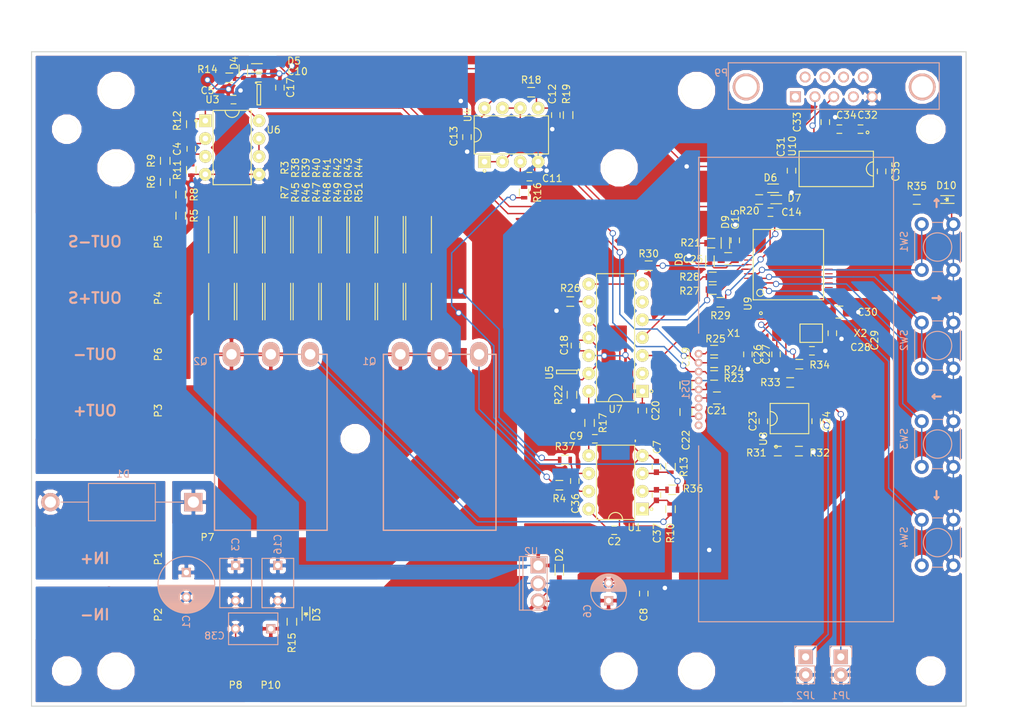
<source format=kicad_pcb>
(kicad_pcb (version 4) (host pcbnew 4.0.2-stable)
  (layers (0 F.Cu signal) (31 B.Cu signal) (34 B.Paste user) (35 F.Paste user) (36 B.SilkS user) (37 F.SilkS user) (38 B.Mask user) (39 F.Mask user) (44 Edge.Cuts user))
  (net 0 "")
  (net 1 VCC)
  (net 2 GND)
  (net 3 "Net-(C4-Pad1)")
  (net 4 "Net-(C4-Pad2)")
  (net 5 "Net-(C7-Pad1)")
  (net 6 +5V)
  (net 7 "Net-(C9-Pad1)")
  (net 8 AD)
  (net 9 "Net-(C11-Pad1)")
  (net 10 "Net-(C12-Pad1)")
  (net 11 bat_moni)
  (net 12 i_moni)
  (net 13 "Net-(C18-Pad1)")
  (net 14 "Net-(C21-Pad1)")
  (net 15 "Net-(C22-Pad1)")
  (net 16 "Net-(C22-Pad2)")
  (net 17 "Net-(C24-Pad1)")
  (net 18 "Net-(C26-Pad1)")
  (net 19 "Net-(C27-Pad2)")
  (net 20 "Net-(C28-Pad1)")
  (net 21 "Net-(C29-Pad2)")
  (net 22 "Net-(C32-Pad1)")
  (net 23 "Net-(C32-Pad2)")
  (net 24 "Net-(C33-Pad1)")
  (net 25 "Net-(C34-Pad1)")
  (net 26 "Net-(C34-Pad2)")
  (net 27 "Net-(C35-Pad2)")
  (net 28 "Net-(D1-Pad2)")
  (net 29 "Net-(P3-Pad1)")
  (net 30 "Net-(P4-Pad1)")
  (net 31 "Net-(P5-Pad1)")
  (net 32 "Net-(P6-Pad1)")
  (net 33 "Net-(Q1-Pad1)")
  (net 34 "Net-(R5-Pad1)")
  (net 35 "Net-(R6-Pad1)")
  (net 36 "Net-(Q2-Pad1)")
  (net 37 "Net-(R12-Pad1)")
  (net 38 DA2)
  (net 39 "Net-(D3-Pad2)")
  (net 40 DA1)
  (net 41 "Net-(R20-Pad2)")
  (net 42 "Net-(R21-Pad2)")
  (net 43 I2C_SDA)
  (net 44 I2C_SCL)
  (net 45 "Net-(DS1-Pad1)")
  (net 46 "Net-(R26-Pad2)")
  (net 47 SDI)
  (net 48 "Net-(R27-Pad2)")
  (net 49 SCK)
  (net 50 "Net-(R28-Pad2)")
  (net 51 CS)
  (net 52 "Net-(R29-Pad2)")
  (net 53 LDAC)
  (net 54 "Net-(R30-Pad2)")
  (net 55 "Net-(R31-Pad2)")
  (net 56 "Net-(R33-Pad2)")
  (net 57 "Net-(JP1-Pad1)")
  (net 58 "Net-(R35-Pad1)")
  (net 59 "Net-(D10-Pad2)")
  (net 60 "Net-(Q2-Pad3)")
  (net 61 "Net-(U3-Pad6)")
  (net 62 "Net-(C36-Pad1)")
  (net 63 "Net-(C36-Pad2)")
  (net 64 "Net-(C37-Pad1)")
  (net 65 "Net-(C37-Pad2)")
  (net 66 "Net-(P9-Pad1)")
  (net 67 "Net-(P9-Pad2)")
  (net 68 "Net-(P9-Pad3)")
  (net 69 "Net-(P9-Pad4)")
  (net 70 "Net-(P9-Pad9)")
  (net 71 "Net-(P9-Pad8)")
  (net 72 "Net-(P9-Pad7)")
  (net 73 "Net-(P9-Pad6)")
  (net 74 "Net-(SW1-Pad2)")
  (net 75 "Net-(SW2-Pad2)")
  (net 76 "Net-(SW3-Pad2)")
  (net 77 "Net-(SW4-Pad2)")
  (net 78 "Net-(U8-Pad1)")
  (net 79 "Net-(U8-Pad3)")
  (net 80 "Net-(U8-Pad8)")
  (net 81 "Net-(U9-Pad1)")
  (net 82 "Net-(U9-Pad3)")
  (net 83 "Net-(U9-Pad13)")
  (net 84 "Net-(U9-Pad14)")
  (net 85 "Net-(U9-Pad15)")
  (net 86 "Net-(U9-Pad16)")
  (net 87 "Net-(U9-Pad17)")
  (net 88 "Net-(U9-Pad18)")
  (net 89 "Net-(U9-Pad19)")
  (net 90 "Net-(U9-Pad21)")
  (net 91 "Net-(U9-Pad22)")
  (net 92 "Net-(U9-Pad23)")
  (net 93 "Net-(U9-Pad24)")
  (net 94 "Net-(U9-Pad25)")
  (net 95 "Net-(U9-Pad26)")
  (net 96 "Net-(U9-Pad39)")
  (net 97 "Net-(U9-Pad35)")
  (net 98 "Net-(U9-Pad34)")
  (net 99 "Net-(U9-Pad33)")
  (net 100 "Net-(U9-Pad32)")
  (net 101 "Net-(U9-Pad31)")
  (net 102 "Net-(U9-Pad30)")
  (net 103 "Net-(U10-Pad9)")
  (net 104 "Net-(U10-Pad10)")
  (net 105 "Net-(U9-Pad27)")
  (net 106 "Net-(U9-Pad52)")
  (net 107 "Net-(U9-Pad45)")
  (net 108 "Net-(U9-Pad42)")
  (net 109 "Net-(U9-Pad41)")
  (net 110 "Net-(U9-Pad40)")
  (net 111 "Net-(U10-Pad12)")
  (net 112 "Net-(U10-Pad14)")
  (net 113 "Net-(DS1-Pad9)")
  (module Connect:DB9MD (layer B.Cu) (at 187 52)
    (fp_text reference P9 (at -16 -2) (layer B.SilkS) (effects (justify mirror)))
    (fp_text value CONN_01X09)
    (pad 0 thru_hole circle (at -12.446 0) (size 3.81 3.81) (drill 3.048) (layers *.Cu *.Mask B.SilkS))
    (pad 0 thru_hole circle (at 12.573 0) (size 3.81 3.81) (drill 3.048) (layers *.Cu *.Mask B.SilkS))
    (pad 1 thru_hole rect (at -5.461 1.397) (size 1.524 1.524) (drill 1.016) (layers *.Cu *.Mask B.SilkS) (net 66 "Net-(P9-Pad1)"))
    (pad 2 thru_hole circle (at -2.667 1.397) (size 1.524 1.524) (drill 1.016) (layers *.Cu *.Mask B.SilkS) (net 67 "Net-(P9-Pad2)"))
    (pad 3 thru_hole circle (at 0 1.397) (size 1.524 1.524) (drill 1.016) (layers *.Cu *.Mask B.SilkS) (net 68 "Net-(P9-Pad3)"))
    (pad 4 thru_hole circle (at 2.794 1.397) (size 1.524 1.524) (drill 1.016) (layers *.Cu *.Mask B.SilkS) (net 69 "Net-(P9-Pad4)"))
    (pad 5 thru_hole circle (at 5.461 1.397) (size 1.524 1.524) (drill 1.016) (layers *.Cu *.Mask B.SilkS) (net 2 GND))
    (pad 6 thru_hole circle (at -4.064 -1.397) (size 1.524 1.524) (drill 1.016) (layers *.Cu *.Mask B.SilkS) (net 73 "Net-(P9-Pad6)"))
    (pad 7 thru_hole circle (at -1.27 -1.397) (size 1.524 1.524) (drill 1.016) (layers *.Cu *.Mask B.SilkS) (net 72 "Net-(P9-Pad7)"))
    (pad 8 thru_hole circle (at 1.397 -1.397) (size 1.524 1.524) (drill 1.016) (layers *.Cu *.Mask B.SilkS) (net 71 "Net-(P9-Pad8)"))
    (pad 9 thru_hole circle (at 4.191 -1.397) (size 1.524 1.524) (drill 1.016) (layers *.Cu *.Mask B.SilkS) (net 70 "Net-(P9-Pad9)"))
  )
  (module charge:AQM1602A (layer B.Cu) (at 167.8 95 270)
    (fp_text reference DS1 (at 0 1.81 270) (layer B.SilkS) (effects (justify mirror)))
    (fp_text value AQM1602A)
    (pad 1 thru_hole circle (at -5.08 0 270) (size 1.1 1.1) (drill 0.6) (layers *.Cu *.Mask B.SilkS) (net 45 "Net-(DS1-Pad1)"))
    (pad 2 thru_hole circle (at -3.81 0 270) (size 1.1 1.1) (drill 0.6) (layers *.Cu *.Mask B.SilkS) (net 44 I2C_SCL))
    (pad 3 thru_hole circle (at -2.54 0 270) (size 1.1 1.1) (drill 0.6) (layers *.Cu *.Mask B.SilkS) (net 43 I2C_SDA))
    (pad 4 thru_hole circle (at -1.27 0 270) (size 1.1 1.1) (drill 0.6) (layers *.Cu *.Mask B.SilkS) (net 2 GND))
    (pad 5 thru_hole circle (at 0 0 270) (size 1.1 1.1) (drill 0.6) (layers *.Cu *.Mask B.SilkS) (net 6 +5V))
    (pad 6 thru_hole circle (at 1.27 0 270) (size 1.1 1.1) (drill 0.6) (layers *.Cu *.Mask B.SilkS) (net 14 "Net-(C21-Pad1)"))
    (pad 7 thru_hole circle (at 2.54 0 270) (size 1.1 1.1) (drill 0.6) (layers *.Cu *.Mask B.SilkS) (net 16 "Net-(C22-Pad2)"))
    (pad 8 thru_hole circle (at 3.81 0 270) (size 1.1 1.1) (drill 0.6) (layers *.Cu *.Mask B.SilkS) (net 15 "Net-(C22-Pad1)"))
    (pad 9 thru_hole circle (at 5.08 0 270) (size 1.1 1.1) (drill 0.6) (layers *.Cu *.Mask B.SilkS) (net 113 "Net-(DS1-Pad9)"))
  )
  (module MCU_Renesas:R5F21256SNFP (layer F.Cu) (at 174.8 83 90)
    (fp_text reference U9 (at 0.2 0 90) (layer F.SilkS))
    (fp_text value R5F21256SNFP hide)
    (pad 1 smd rect (at 0 1.85 90) (size 1.1 0.145) (layers F.Cu F.Paste F.Mask) (net 81 "Net-(U9-Pad1)"))
    (pad 2 smd rect (at 0 2.5 90) (size 1.1 0.145) (layers F.Cu F.Paste F.Mask) (net 44 I2C_SCL))
    (pad 3 smd rect (at 0 3.15 90) (size 1.1 0.145) (layers F.Cu F.Paste F.Mask) (net 82 "Net-(U9-Pad3)"))
    (pad 4 smd rect (at 0 3.8 90) (size 1.1 0.145) (layers F.Cu F.Paste F.Mask) (net 43 I2C_SDA))
    (pad 5 smd rect (at 0 4.45 90) (size 1.1 0.145) (layers F.Cu F.Paste F.Mask) (net 57 "Net-(JP1-Pad1)"))
    (pad 6 smd rect (at 0 5.1 90) (size 1.1 0.145) (layers F.Cu F.Paste F.Mask) (net 18 "Net-(C26-Pad1)"))
    (pad 7 smd rect (at 0 5.75 90) (size 1.1 0.145) (layers F.Cu F.Paste F.Mask) (net 19 "Net-(C27-Pad2)"))
    (pad 8 smd rect (at 0 6.4 90) (size 1.1 0.145) (layers F.Cu F.Paste F.Mask) (net 56 "Net-(R33-Pad2)"))
    (pad 9 smd rect (at 0 7.05 90) (size 1.1 0.145) (layers F.Cu F.Paste F.Mask) (net 20 "Net-(C28-Pad1)"))
    (pad 10 smd rect (at 0 7.7 90) (size 1.1 0.145) (layers F.Cu F.Paste F.Mask) (net 2 GND))
    (pad 11 smd rect (at 0 8.35 90) (size 1.1 0.145) (layers F.Cu F.Paste F.Mask) (net 21 "Net-(C29-Pad2)"))
    (pad 12 smd rect (at 0 9 90) (size 1.1 0.145) (layers F.Cu F.Paste F.Mask) (net 6 +5V))
    (pad 13 smd rect (at 0 9.65 90) (size 1.1 0.145) (layers F.Cu F.Paste F.Mask) (net 83 "Net-(U9-Pad13)"))
    (pad 14 smd rect (at 1.85 11.5 90) (size 0.145 1.1) (layers F.Cu F.Paste F.Mask) (net 84 "Net-(U9-Pad14)"))
    (pad 15 smd rect (at 2.5 11.5 90) (size 0.145 1.1) (layers F.Cu F.Paste F.Mask) (net 85 "Net-(U9-Pad15)"))
    (pad 16 smd rect (at 3.15 11.5 90) (size 0.145 1.1) (layers F.Cu F.Paste F.Mask) (net 86 "Net-(U9-Pad16)"))
    (pad 17 smd rect (at 3.8 11.5 90) (size 0.145 1.1) (layers F.Cu F.Paste F.Mask) (net 87 "Net-(U9-Pad17)"))
    (pad 18 smd rect (at 4.45 11.5 90) (size 0.145 1.1) (layers F.Cu F.Paste F.Mask) (net 88 "Net-(U9-Pad18)"))
    (pad 19 smd rect (at 5.1 11.5 90) (size 0.145 1.1) (layers F.Cu F.Paste F.Mask) (net 89 "Net-(U9-Pad19)"))
    (pad 20 smd rect (at 5.75 11.5 90) (size 0.145 1.1) (layers F.Cu F.Paste F.Mask) (net 58 "Net-(R35-Pad1)"))
    (pad 21 smd rect (at 6.4 11.5 90) (size 0.145 1.1) (layers F.Cu F.Paste F.Mask) (net 90 "Net-(U9-Pad21)"))
    (pad 22 smd rect (at 7.05 11.5 90) (size 0.145 1.1) (layers F.Cu F.Paste F.Mask) (net 91 "Net-(U9-Pad22)"))
    (pad 23 smd rect (at 7.7 11.5 90) (size 0.145 1.1) (layers F.Cu F.Paste F.Mask) (net 92 "Net-(U9-Pad23)"))
    (pad 24 smd rect (at 8.35 11.5 90) (size 0.145 1.1) (layers F.Cu F.Paste F.Mask) (net 93 "Net-(U9-Pad24)"))
    (pad 25 smd rect (at 9 11.5 90) (size 0.145 1.1) (layers F.Cu F.Paste F.Mask) (net 94 "Net-(U9-Pad25)"))
    (pad 26 smd rect (at 9.65 11.5 90) (size 0.145 1.1) (layers F.Cu F.Paste F.Mask) (net 95 "Net-(U9-Pad26)"))
    (pad 39 smd rect (at 11.5 1.85 90) (size 1.1 0.145) (layers F.Cu F.Paste F.Mask) (net 96 "Net-(U9-Pad39)"))
    (pad 38 smd rect (at 11.5 2.5 90) (size 1.1 0.145) (layers F.Cu F.Paste F.Mask) (net 11 bat_moni))
    (pad 37 smd rect (at 11.5 3.15 90) (size 1.1 0.145) (layers F.Cu F.Paste F.Mask) (net 51 CS))
    (pad 36 smd rect (at 11.5 3.8 90) (size 1.1 0.145) (layers F.Cu F.Paste F.Mask) (net 53 LDAC))
    (pad 35 smd rect (at 11.5 4.45 90) (size 1.1 0.145) (layers F.Cu F.Paste F.Mask) (net 97 "Net-(U9-Pad35)"))
    (pad 34 smd rect (at 11.5 5.1 90) (size 1.1 0.145) (layers F.Cu F.Paste F.Mask) (net 98 "Net-(U9-Pad34)"))
    (pad 33 smd rect (at 11.5 5.75 90) (size 1.1 0.145) (layers F.Cu F.Paste F.Mask) (net 99 "Net-(U9-Pad33)"))
    (pad 32 smd rect (at 11.5 6.4 90) (size 1.1 0.145) (layers F.Cu F.Paste F.Mask) (net 100 "Net-(U9-Pad32)"))
    (pad 31 smd rect (at 11.5 7.05 90) (size 1.1 0.145) (layers F.Cu F.Paste F.Mask) (net 101 "Net-(U9-Pad31)"))
    (pad 30 smd rect (at 11.5 7.7 90) (size 1.1 0.145) (layers F.Cu F.Paste F.Mask) (net 102 "Net-(U9-Pad30)"))
    (pad 29 smd rect (at 11.5 8.35 90) (size 1.1 0.145) (layers F.Cu F.Paste F.Mask) (net 103 "Net-(U10-Pad9)"))
    (pad 28 smd rect (at 11.5 9 90) (size 1.1 0.145) (layers F.Cu F.Paste F.Mask) (net 104 "Net-(U10-Pad10)"))
    (pad 27 smd rect (at 11.5 9.65 90) (size 1.1 0.145) (layers F.Cu F.Paste F.Mask) (net 105 "Net-(U9-Pad27)"))
    (pad 52 smd rect (at 1.85 0 90) (size 0.145 1.1) (layers F.Cu F.Paste F.Mask) (net 106 "Net-(U9-Pad52)"))
    (pad 51 smd rect (at 2.5 0 90) (size 0.145 1.1) (layers F.Cu F.Paste F.Mask) (net 77 "Net-(SW4-Pad2)"))
    (pad 50 smd rect (at 3.15 0 90) (size 0.145 1.1) (layers F.Cu F.Paste F.Mask) (net 76 "Net-(SW3-Pad2)"))
    (pad 49 smd rect (at 3.8 0 90) (size 0.145 1.1) (layers F.Cu F.Paste F.Mask) (net 75 "Net-(SW2-Pad2)"))
    (pad 48 smd rect (at 4.45 0 90) (size 0.145 1.1) (layers F.Cu F.Paste F.Mask) (net 74 "Net-(SW1-Pad2)"))
    (pad 47 smd rect (at 5.1 0 90) (size 0.145 1.1) (layers F.Cu F.Paste F.Mask) (net 47 SDI))
    (pad 46 smd rect (at 5.75 0 90) (size 0.145 1.1) (layers F.Cu F.Paste F.Mask) (net 49 SCK))
    (pad 45 smd rect (at 6.4 0 90) (size 0.145 1.1) (layers F.Cu F.Paste F.Mask) (net 107 "Net-(U9-Pad45)"))
    (pad 44 smd rect (at 7.05 0 90) (size 0.145 1.1) (layers F.Cu F.Paste F.Mask) (net 6 +5V))
    (pad 43 smd rect (at 7.7 0 90) (size 0.145 1.1) (layers F.Cu F.Paste F.Mask) (net 12 i_moni))
    (pad 42 smd rect (at 8.35 0 90) (size 0.145 1.1) (layers F.Cu F.Paste F.Mask) (net 108 "Net-(U9-Pad42)"))
    (pad 41 smd rect (at 9 0 90) (size 0.145 1.1) (layers F.Cu F.Paste F.Mask) (net 109 "Net-(U9-Pad41)"))
    (pad 40 smd rect (at 9.65 0 90) (size 0.145 1.1) (layers F.Cu F.Paste F.Mask) (net 110 "Net-(U9-Pad40)"))
  )
  (module Resistors_SMD:R_2512 (layer F.Cu) (at 116 82.5 90)
    (fp_text reference R48 (at 15.5 -1 90) (layer F.SilkS))
    (fp_text value 1)
    (pad 1 smd rect (at -3.1 0 90) (size 1 3.2) (layers F.Cu F.Paste F.Mask) (net 60 "Net-(Q2-Pad3)"))
    (pad 2 smd rect (at 3.1 0 90) (size 1 3.2) (layers F.Cu F.Paste F.Mask) (net 32 "Net-(P6-Pad1)"))
  )
  (module Resistors_SMD:R_2512 (layer F.Cu) (at 100 82.5 90)
    (fp_text reference R7 (at 15.5 9 90) (layer F.SilkS))
    (fp_text value 1)
    (pad 1 smd rect (at -3.1 0 90) (size 1 3.2) (layers F.Cu F.Paste F.Mask) (net 60 "Net-(Q2-Pad3)"))
    (pad 2 smd rect (at 3.1 0 90) (size 1 3.2) (layers F.Cu F.Paste F.Mask) (net 32 "Net-(P6-Pad1)"))
  )
  (module Mounting_Holes:MountingHole_3.2mm_M3 (layer F.Cu) (at 119 102)
    (fp_text reference REF** hide)
    (fp_text value MountingHole_3.2mm_M3)
    (pad 1 np_thru_hole circle (at 0 0) (size 3.2 3.2) (drill 3.2) (layers *.Cu *.Mask F.SilkS))
  )
  (module TO_SOT_Packages_THT:TO-247_PadsOnly_Neutral123 (layer B.Cu) (at 107 90 180)
    (fp_text reference Q2 (at 10 -1 180) (layer B.SilkS) (effects (justify mirror)))
    (fp_text value 2SD2390)
    (pad 2 thru_hole oval (at 0 0 90) (size 3.50012 2.49936) (drill 1.50114) (layers *.Cu *.Mask B.SilkS) (net 29 "Net-(P3-Pad1)"))
    (pad 1 thru_hole oval (at -5.588 0 90) (size 3.50012 2.49936) (drill 1.50114) (layers *.Cu *.Mask B.SilkS) (net 36 "Net-(Q2-Pad1)"))
    (pad 3 thru_hole oval (at 5.588 0 90) (size 3.50012 2.49936) (drill 1.50114) (layers *.Cu *.Mask B.SilkS) (net 60 "Net-(Q2-Pad3)"))
  )
  (module Capacitors_SMD:C_0603 (layer F.Cu) (at 155.8 115)
    (fp_text reference C2 (at 0 1.6) (layer F.SilkS))
    (fp_text value 0.1u)
    (pad 1 smd rect (at -0.75 0) (size 0.8 0.75) (layers F.Cu F.Paste F.Mask) (net 1 VCC))
    (pad 2 smd rect (at 0.75 0) (size 0.8 0.75) (layers F.Cu F.Paste F.Mask) (net 2 GND))
  )
  (module Capacitors_SMD:C_0603 (layer F.Cu) (at 95.7 60.8 90)
    (fp_text reference C4 (at 0 -2 90) (layer F.SilkS))
    (fp_text value 0.1u)
    (pad 1 smd rect (at -0.75 0 90) (size 0.8 0.75) (layers F.Cu F.Paste F.Mask) (net 3 "Net-(C4-Pad1)"))
    (pad 2 smd rect (at 0.75 0 90) (size 0.8 0.75) (layers F.Cu F.Paste F.Mask) (net 4 "Net-(C4-Pad2)"))
  )
  (module Capacitors_SMD:C_0603 (layer F.Cu) (at 101.7 53.8 180)
    (fp_text reference C5 (at 3.7 1.3 180) (layer F.SilkS))
    (fp_text value 0.1u)
    (pad 1 smd rect (at -0.75 0 180) (size 0.8 0.75) (layers F.Cu F.Paste F.Mask) (net 1 VCC))
    (pad 2 smd rect (at 0.75 0 180) (size 0.8 0.75) (layers F.Cu F.Paste F.Mask) (net 2 GND))
  )
  (module Capacitors_SMD:C_0603 (layer F.Cu) (at 161.8 106 90)
    (fp_text reference C7 (at 2.8 0.1 90) (layer F.SilkS))
    (fp_text value 0.1u)
    (pad 1 smd rect (at -0.75 0 90) (size 0.8 0.75) (layers F.Cu F.Paste F.Mask) (net 5 "Net-(C7-Pad1)"))
    (pad 2 smd rect (at 0.75 0 90) (size 0.8 0.75) (layers F.Cu F.Paste F.Mask) (net 2 GND))
  )
  (module Capacitors_SMD:C_0603 (layer F.Cu) (at 160 124 90)
    (fp_text reference C8 (at -3 0 90) (layer F.SilkS))
    (fp_text value 0.1u)
    (pad 1 smd rect (at -0.75 0 90) (size 0.8 0.75) (layers F.Cu F.Paste F.Mask) (net 6 +5V))
    (pad 2 smd rect (at 0.75 0 90) (size 0.8 0.75) (layers F.Cu F.Paste F.Mask) (net 2 GND))
  )
  (module Capacitors_SMD:C_0603 (layer F.Cu) (at 153.05 102)
    (fp_text reference C9 (at -2.65 -0.4) (layer F.SilkS))
    (fp_text value 0.1u)
    (pad 1 smd rect (at -0.75 0) (size 0.8 0.75) (layers F.Cu F.Paste F.Mask) (net 7 "Net-(C9-Pad1)"))
    (pad 2 smd rect (at 0.75 0) (size 0.8 0.75) (layers F.Cu F.Paste F.Mask) (net 2 GND))
  )
  (module Capacitors_SMD:C_0603 (layer F.Cu) (at 105.3 50.7)
    (fp_text reference C10 (at 5.5 -0.9) (layer F.SilkS))
    (fp_text value 0.1u)
    (pad 1 smd rect (at -0.75 0) (size 0.8 0.75) (layers F.Cu F.Paste F.Mask) (net 8 AD))
    (pad 2 smd rect (at 0.75 0) (size 0.8 0.75) (layers F.Cu F.Paste F.Mask) (net 2 GND))
  )
  (module Capacitors_SMD:C_0603 (layer F.Cu) (at 143.75 64.75)
    (fp_text reference C11 (at 3.25 0.25) (layer F.SilkS))
    (fp_text value 0.1u)
    (pad 1 smd rect (at -0.75 0) (size 0.8 0.75) (layers F.Cu F.Paste F.Mask) (net 9 "Net-(C11-Pad1)"))
    (pad 2 smd rect (at 0.75 0) (size 0.8 0.75) (layers F.Cu F.Paste F.Mask) (net 2 GND))
  )
  (module Capacitors_SMD:C_0603 (layer F.Cu) (at 147.5 56 270)
    (fp_text reference C12 (at -3 0.5 270) (layer F.SilkS))
    (fp_text value 0.1u)
    (pad 1 smd rect (at -0.75 0 270) (size 0.8 0.75) (layers F.Cu F.Paste F.Mask) (net 10 "Net-(C12-Pad1)"))
    (pad 2 smd rect (at 0.75 0 270) (size 0.8 0.75) (layers F.Cu F.Paste F.Mask) (net 2 GND))
  )
  (module Capacitors_SMD:C_0603 (layer F.Cu) (at 134.875 59.125 270)
    (fp_text reference C13 (at -0.125 1.875 270) (layer F.SilkS))
    (fp_text value 0.1u)
    (pad 1 smd rect (at -0.75 0 270) (size 0.8 0.75) (layers F.Cu F.Paste F.Mask) (net 1 VCC))
    (pad 2 smd rect (at 0.75 0 270) (size 0.8 0.75) (layers F.Cu F.Paste F.Mask) (net 2 GND))
  )
  (module Capacitors_SMD:C_0603 (layer F.Cu) (at 178 69.8)
    (fp_text reference C14 (at 3 0) (layer F.SilkS))
    (fp_text value 0.1u)
    (pad 1 smd rect (at -0.75 0) (size 0.8 0.75) (layers F.Cu F.Paste F.Mask) (net 11 bat_moni))
    (pad 2 smd rect (at 0.75 0) (size 0.8 0.75) (layers F.Cu F.Paste F.Mask) (net 2 GND))
  )
  (module Capacitors_SMD:C_0603 (layer F.Cu) (at 173 73.8 90)
    (fp_text reference C15 (at 3 0 90) (layer F.SilkS))
    (fp_text value 0.1u)
    (pad 1 smd rect (at -0.75 0 90) (size 0.8 0.75) (layers F.Cu F.Paste F.Mask) (net 12 i_moni))
    (pad 2 smd rect (at 0.75 0 90) (size 0.8 0.75) (layers F.Cu F.Paste F.Mask) (net 2 GND))
  )
  (module Capacitors_SMD:C_0603 (layer F.Cu) (at 108.3 52.1 90)
    (fp_text reference C17 (at 0 1.5 90) (layer F.SilkS))
    (fp_text value 0.1u)
    (pad 1 smd rect (at -0.75 0 90) (size 0.8 0.75) (layers F.Cu F.Paste F.Mask) (net 6 +5V))
    (pad 2 smd rect (at 0.75 0 90) (size 0.8 0.75) (layers F.Cu F.Paste F.Mask) (net 2 GND))
  )
  (module Capacitors_SMD:C_0603 (layer F.Cu) (at 150.3 88.75 270)
    (fp_text reference C18 (at -0.05 1.6 270) (layer F.SilkS))
    (fp_text value 0.1u)
    (pad 1 smd rect (at -0.75 0 270) (size 0.8 0.75) (layers F.Cu F.Paste F.Mask) (net 13 "Net-(C18-Pad1)"))
    (pad 2 smd rect (at 0.75 0 270) (size 0.8 0.75) (layers F.Cu F.Paste F.Mask) (net 2 GND))
  )
  (module Capacitors_SMD:C_0805 (layer F.Cu) (at 166 94.4 270)
    (fp_text reference C19 (at -4 0 270) (layer F.SilkS))
    (fp_text value 1u)
    (pad 1 smd rect (at -1 0 270) (size 1 1.25) (layers F.Cu F.Paste F.Mask) (net 2 GND))
    (pad 2 smd rect (at 1 0 270) (size 1 1.25) (layers F.Cu F.Paste F.Mask) (net 6 +5V))
  )
  (module Capacitors_SMD:C_0603 (layer F.Cu) (at 159.8 98 270)
    (fp_text reference C20 (at 0 -1.9 270) (layer F.SilkS))
    (fp_text value 0.1u)
    (pad 1 smd rect (at -0.75 0 270) (size 0.8 0.75) (layers F.Cu F.Paste F.Mask) (net 6 +5V))
    (pad 2 smd rect (at 0.75 0 270) (size 0.8 0.75) (layers F.Cu F.Paste F.Mask) (net 2 GND))
  )
  (module Capacitors_SMD:C_0805 (layer F.Cu) (at 170.4 96.2)
    (fp_text reference C21 (at 0 1.8) (layer F.SilkS))
    (fp_text value 1u)
    (pad 1 smd rect (at -1 0) (size 1 1.25) (layers F.Cu F.Paste F.Mask) (net 14 "Net-(C21-Pad1)"))
    (pad 2 smd rect (at 1 0) (size 1 1.25) (layers F.Cu F.Paste F.Mask) (net 6 +5V))
  )
  (module Capacitors_SMD:C_0805 (layer F.Cu) (at 166 98.2 90)
    (fp_text reference C22 (at -4 0 90) (layer F.SilkS))
    (fp_text value 1u)
    (pad 1 smd rect (at -1 0 90) (size 1 1.25) (layers F.Cu F.Paste F.Mask) (net 15 "Net-(C22-Pad1)"))
    (pad 2 smd rect (at 1 0 90) (size 1 1.25) (layers F.Cu F.Paste F.Mask) (net 16 "Net-(C22-Pad2)"))
  )
  (module Capacitors_SMD:C_0603 (layer F.Cu) (at 177 99.5 270)
    (fp_text reference C23 (at 0 1.5 270) (layer F.SilkS))
    (fp_text value 0.1u)
    (pad 1 smd rect (at -0.75 0 270) (size 0.8 0.75) (layers F.Cu F.Paste F.Mask) (net 6 +5V))
    (pad 2 smd rect (at 0.75 0 270) (size 0.8 0.75) (layers F.Cu F.Paste F.Mask) (net 2 GND))
  )
  (module Capacitors_SMD:C_0603 (layer F.Cu) (at 184.5 99.5 270)
    (fp_text reference C24 (at 0 -1.5 270) (layer F.SilkS))
    (fp_text value 0.1u)
    (pad 1 smd rect (at -0.75 0 270) (size 0.8 0.75) (layers F.Cu F.Paste F.Mask) (net 17 "Net-(C24-Pad1)"))
    (pad 2 smd rect (at 0.75 0 270) (size 0.8 0.75) (layers F.Cu F.Paste F.Mask) (net 2 GND))
  )
  (module Capacitors_SMD:C_0603 (layer F.Cu) (at 174.8 90 270)
    (fp_text reference C26 (at 0 -1.4 270) (layer F.SilkS))
    (fp_text value 22p)
    (pad 1 smd rect (at -0.75 0 270) (size 0.8 0.75) (layers F.Cu F.Paste F.Mask) (net 18 "Net-(C26-Pad1)"))
    (pad 2 smd rect (at 0.75 0 270) (size 0.8 0.75) (layers F.Cu F.Paste F.Mask) (net 2 GND))
  )
  (module Capacitors_SMD:C_0603 (layer F.Cu) (at 178.8 90 90)
    (fp_text reference C27 (at 0 -1.4 90) (layer F.SilkS))
    (fp_text value 22p)
    (pad 1 smd rect (at -0.75 0 90) (size 0.8 0.75) (layers F.Cu F.Paste F.Mask) (net 2 GND))
    (pad 2 smd rect (at 0.75 0 90) (size 0.8 0.75) (layers F.Cu F.Paste F.Mask) (net 19 "Net-(C27-Pad2)"))
  )
  (module Capacitors_SMD:C_0603 (layer F.Cu) (at 183.9 89.5)
    (fp_text reference C28 (at 6.9 -0.5) (layer F.SilkS))
    (fp_text value 18p)
    (pad 1 smd rect (at -0.75 0) (size 0.8 0.75) (layers F.Cu F.Paste F.Mask) (net 20 "Net-(C28-Pad1)"))
    (pad 2 smd rect (at 0.75 0) (size 0.8 0.75) (layers F.Cu F.Paste F.Mask) (net 2 GND))
  )
  (module Capacitors_SMD:C_0603 (layer F.Cu) (at 186.8 87 90)
    (fp_text reference C29 (at -1 6 90) (layer F.SilkS))
    (fp_text value 18p)
    (pad 1 smd rect (at -0.75 0 90) (size 0.8 0.75) (layers F.Cu F.Paste F.Mask) (net 2 GND))
    (pad 2 smd rect (at 0.75 0 90) (size 0.8 0.75) (layers F.Cu F.Paste F.Mask) (net 21 "Net-(C29-Pad2)"))
  )
  (module Capacitors_SMD:C_0805 (layer F.Cu) (at 187.8 84)
    (fp_text reference C30 (at 4 0) (layer F.SilkS))
    (fp_text value 1u)
    (pad 1 smd rect (at -1 0) (size 1 1.25) (layers F.Cu F.Paste F.Mask) (net 6 +5V))
    (pad 2 smd rect (at 1 0) (size 1 1.25) (layers F.Cu F.Paste F.Mask) (net 2 GND))
  )
  (module Capacitors_SMD:C_0603 (layer F.Cu) (at 181 63.9 270)
    (fp_text reference C31 (at -3.4 1.5 270) (layer F.SilkS))
    (fp_text value 0.1u)
    (pad 1 smd rect (at -0.75 0 270) (size 0.8 0.75) (layers F.Cu F.Paste F.Mask) (net 6 +5V))
    (pad 2 smd rect (at 0.75 0 270) (size 0.8 0.75) (layers F.Cu F.Paste F.Mask) (net 2 GND))
  )
  (module Capacitors_SMD:C_0603 (layer F.Cu) (at 190.8 58 180)
    (fp_text reference C32 (at -1 2 180) (layer F.SilkS))
    (fp_text value 0.1u)
    (pad 1 smd rect (at -0.75 0 180) (size 0.8 0.75) (layers F.Cu F.Paste F.Mask) (net 22 "Net-(C32-Pad1)"))
    (pad 2 smd rect (at 0.75 0 180) (size 0.8 0.75) (layers F.Cu F.Paste F.Mask) (net 23 "Net-(C32-Pad2)"))
  )
  (module Capacitors_SMD:C_0603 (layer F.Cu) (at 185.8 57 90)
    (fp_text reference C33 (at 0 -4 90) (layer F.SilkS))
    (fp_text value 0.1u)
    (pad 1 smd rect (at -0.75 0 90) (size 0.8 0.75) (layers F.Cu F.Paste F.Mask) (net 24 "Net-(C33-Pad1)"))
    (pad 2 smd rect (at 0.75 0 90) (size 0.8 0.75) (layers F.Cu F.Paste F.Mask) (net 2 GND))
  )
  (module Capacitors_SMD:C_0603 (layer F.Cu) (at 187.8 58 180)
    (fp_text reference C34 (at -1 2 180) (layer F.SilkS))
    (fp_text value 0.1u)
    (pad 1 smd rect (at -0.75 0 180) (size 0.8 0.75) (layers F.Cu F.Paste F.Mask) (net 25 "Net-(C34-Pad1)"))
    (pad 2 smd rect (at 0.75 0 180) (size 0.8 0.75) (layers F.Cu F.Paste F.Mask) (net 26 "Net-(C34-Pad2)"))
  )
  (module Capacitors_SMD:C_0603 (layer F.Cu) (at 193.8 64 90)
    (fp_text reference C35 (at 0 2 90) (layer F.SilkS))
    (fp_text value 0.1u)
    (pad 1 smd rect (at -0.75 0 90) (size 0.8 0.75) (layers F.Cu F.Paste F.Mask) (net 6 +5V))
    (pad 2 smd rect (at 0.75 0 90) (size 0.8 0.75) (layers F.Cu F.Paste F.Mask) (net 27 "Net-(C35-Pad2)"))
  )
  (module Diodes_SMD:SOD-523 (layer F.Cu) (at 148 121 90)
    (fp_text reference D2 (at 2.5 0 90) (layer F.SilkS))
    (fp_text value RB751S-40)
    (pad 2 smd rect (at -0.7 0 90) (size 0.6 0.7) (layers F.Cu F.Paste F.Mask) (net 6 +5V))
    (pad 1 smd rect (at 0.7 0 90) (size 0.6 0.7) (layers F.Cu F.Paste F.Mask) (net 1 VCC))
  )
  (module Diodes_SMD:SOD-523 (layer F.Cu) (at 103.1 50 90)
    (fp_text reference D4 (at 1.4 -1.3 90) (layer F.SilkS))
    (fp_text value RB751S-40)
    (pad 2 smd rect (at -0.7 0 90) (size 0.6 0.7) (layers F.Cu F.Paste F.Mask) (net 8 AD))
    (pad 1 smd rect (at 0.7 0 90) (size 0.6 0.7) (layers F.Cu F.Paste F.Mask) (net 6 +5V))
  )
  (module Diodes_SMD:SOD-523 (layer F.Cu) (at 105.4 49.3 180)
    (fp_text reference D5 (at -4.9 1 180) (layer F.SilkS))
    (fp_text value RB751S-40)
    (pad 2 smd rect (at -0.7 0 180) (size 0.6 0.7) (layers F.Cu F.Paste F.Mask) (net 2 GND))
    (pad 1 smd rect (at 0.7 0 180) (size 0.6 0.7) (layers F.Cu F.Paste F.Mask) (net 8 AD))
  )
  (module Diodes_SMD:SOD-523 (layer F.Cu) (at 178 66.4)
    (fp_text reference D6 (at 0 -1.5) (layer F.SilkS))
    (fp_text value RB751S-40)
    (pad 2 smd rect (at -0.7 0) (size 0.6 0.7) (layers F.Cu F.Paste F.Mask) (net 11 bat_moni))
    (pad 1 smd rect (at 0.7 0) (size 0.6 0.7) (layers F.Cu F.Paste F.Mask) (net 6 +5V))
  )
  (module Diodes_SMD:SOD-523 (layer F.Cu) (at 179.2 68 180)
    (fp_text reference D7 (at -2.2 0.2 180) (layer F.SilkS))
    (fp_text value RB751S-40)
    (pad 2 smd rect (at -0.7 0 180) (size 0.6 0.7) (layers F.Cu F.Paste F.Mask) (net 2 GND))
    (pad 1 smd rect (at 0.7 0 180) (size 0.6 0.7) (layers F.Cu F.Paste F.Mask) (net 11 bat_moni))
  )
  (module Diodes_SMD:SOD-523 (layer F.Cu) (at 169.4 76.4 270)
    (fp_text reference D8 (at 0.1 4.4 270) (layer F.SilkS))
    (fp_text value RB751S-40)
    (pad 2 smd rect (at -0.7 0 270) (size 0.6 0.7) (layers F.Cu F.Paste F.Mask) (net 12 i_moni))
    (pad 1 smd rect (at 0.7 0 270) (size 0.6 0.7) (layers F.Cu F.Paste F.Mask) (net 6 +5V))
  )
  (module Diodes_SMD:SOD-523 (layer F.Cu) (at 171.6 73.8 270)
    (fp_text reference D9 (at -2.6 0 270) (layer F.SilkS))
    (fp_text value RB751S-40)
    (pad 2 smd rect (at -0.7 0 270) (size 0.6 0.7) (layers F.Cu F.Paste F.Mask) (net 2 GND))
    (pad 1 smd rect (at 0.7 0 270) (size 0.6 0.7) (layers F.Cu F.Paste F.Mask) (net 12 i_moni))
  )
  (module charge:BH-6-15 (layer F.Cu) (at 82 118.5 270)
    (fp_text reference P1 (at 0.5 -9 270) (layer F.SilkS))
    (fp_text value BH-6-15)
    (pad 1 smd rect (at 0 0 270) (size 7 16) (layers F.Cu F.Paste F.Mask) (net 28 "Net-(D1-Pad2)"))
  )
  (module charge:BH-6-15 (layer F.Cu) (at 82 126.5 270)
    (fp_text reference P2 (at 0.5 -9 270) (layer F.SilkS))
    (fp_text value BH-6-15)
    (pad 1 smd rect (at 0 0 270) (size 7 16) (layers F.Cu F.Paste F.Mask) (net 2 GND))
  )
  (module charge:BH-6-15 (layer F.Cu) (at 82 98 270)
    (fp_text reference P3 (at 0 -9 270) (layer F.SilkS))
    (fp_text value BH-6-15)
    (pad 1 smd rect (at 0 0 270) (size 7 16) (layers F.Cu F.Paste F.Mask) (net 29 "Net-(P3-Pad1)"))
  )
  (module charge:BH-6-15 (layer F.Cu) (at 82 82 270)
    (fp_text reference P4 (at 0 -9 270) (layer F.SilkS))
    (fp_text value BH-6-15)
    (pad 1 smd rect (at 0 0 270) (size 7 16) (layers F.Cu F.Paste F.Mask) (net 30 "Net-(P4-Pad1)"))
  )
  (module charge:BH-6-15 (layer F.Cu) (at 82 74 270)
    (fp_text reference P5 (at 0 -9 270) (layer F.SilkS))
    (fp_text value BH-6-15)
    (pad 1 smd rect (at 0 0 270) (size 7 16) (layers F.Cu F.Paste F.Mask) (net 31 "Net-(P5-Pad1)"))
  )
  (module charge:BH-6-15 (layer F.Cu) (at 82 90 270)
    (fp_text reference P6 (at 0 -9 270) (layer F.SilkS))
    (fp_text value BH-6-15)
    (pad 1 smd rect (at 0 0 270) (size 7 16) (layers F.Cu F.Paste F.Mask) (net 32 "Net-(P6-Pad1)"))
  )
  (module Resistors_SMD:R_0603 (layer F.Cu) (at 148 108.6 180)
    (fp_text reference R4 (at 0 -1.9 180) (layer F.SilkS))
    (fp_text value 1k)
    (pad 1 smd rect (at -0.75 0 180) (size 0.5 0.9) (layers F.Cu F.Paste F.Mask) (net 63 "Net-(C36-Pad2)"))
    (pad 2 smd rect (at 0.75 0 180) (size 0.5 0.9) (layers F.Cu F.Paste F.Mask) (net 33 "Net-(Q1-Pad1)"))
  )
  (module Resistors_SMD:R_0603 (layer F.Cu) (at 94.2 70.3 270)
    (fp_text reference R5 (at 0 -1.9 270) (layer F.SilkS))
    (fp_text value 20k)
    (pad 1 smd rect (at -0.75 0 270) (size 0.5 0.9) (layers F.Cu F.Paste F.Mask) (net 34 "Net-(R5-Pad1)"))
    (pad 2 smd rect (at 0.75 0 270) (size 0.5 0.9) (layers F.Cu F.Paste F.Mask) (net 30 "Net-(P4-Pad1)"))
  )
  (module Resistors_SMD:R_0603 (layer F.Cu) (at 92 65.5 270)
    (fp_text reference R6 (at 0 2 270) (layer F.SilkS))
    (fp_text value 20k)
    (pad 1 smd rect (at -0.75 0 270) (size 0.5 0.9) (layers F.Cu F.Paste F.Mask) (net 35 "Net-(R6-Pad1)"))
    (pad 2 smd rect (at 0.75 0 270) (size 0.5 0.9) (layers F.Cu F.Paste F.Mask) (net 31 "Net-(P5-Pad1)"))
  )
  (module Resistors_SMD:R_0603 (layer F.Cu) (at 94.2 67.3 270)
    (fp_text reference R8 (at 0 -1.9 270) (layer F.SilkS))
    (fp_text value 20k)
    (pad 1 smd rect (at -0.75 0 270) (size 0.5 0.9) (layers F.Cu F.Paste F.Mask) (net 3 "Net-(C4-Pad1)"))
    (pad 2 smd rect (at 0.75 0 270) (size 0.5 0.9) (layers F.Cu F.Paste F.Mask) (net 34 "Net-(R5-Pad1)"))
  )
  (module Resistors_SMD:R_0603 (layer F.Cu) (at 92 62.5 270)
    (fp_text reference R9 (at 0 2 270) (layer F.SilkS))
    (fp_text value 20k)
    (pad 1 smd rect (at -0.75 0 270) (size 0.5 0.9) (layers F.Cu F.Paste F.Mask) (net 4 "Net-(C4-Pad2)"))
    (pad 2 smd rect (at 0.75 0 270) (size 0.5 0.9) (layers F.Cu F.Paste F.Mask) (net 35 "Net-(R6-Pad1)"))
  )
  (module Resistors_SMD:R_0603 (layer F.Cu) (at 163.8 112 270)
    (fp_text reference R10 (at 3.4 0 270) (layer F.SilkS))
    (fp_text value 1k)
    (pad 1 smd rect (at -0.75 0 270) (size 0.5 0.9) (layers F.Cu F.Paste F.Mask) (net 65 "Net-(C37-Pad2)"))
    (pad 2 smd rect (at 0.75 0 270) (size 0.5 0.9) (layers F.Cu F.Paste F.Mask) (net 36 "Net-(Q2-Pad1)"))
  )
  (module Resistors_SMD:R_0603 (layer F.Cu) (at 95.7 63.8 90)
    (fp_text reference R11 (at 0 -2 90) (layer F.SilkS))
    (fp_text value 10k)
    (pad 1 smd rect (at -0.75 0 90) (size 0.5 0.9) (layers F.Cu F.Paste F.Mask) (net 2 GND))
    (pad 2 smd rect (at 0.75 0 90) (size 0.5 0.9) (layers F.Cu F.Paste F.Mask) (net 3 "Net-(C4-Pad1)"))
  )
  (module Resistors_SMD:R_0603 (layer F.Cu) (at 95.7 57.3 270)
    (fp_text reference R12 (at -0.5 2 270) (layer F.SilkS))
    (fp_text value 10k)
    (pad 1 smd rect (at -0.75 0 270) (size 0.5 0.9) (layers F.Cu F.Paste F.Mask) (net 37 "Net-(R12-Pad1)"))
    (pad 2 smd rect (at 0.75 0 270) (size 0.5 0.9) (layers F.Cu F.Paste F.Mask) (net 4 "Net-(C4-Pad2)"))
  )
  (module Resistors_SMD:R_0603 (layer F.Cu) (at 163.8 106 270)
    (fp_text reference R13 (at 0 -1.9 270) (layer F.SilkS))
    (fp_text value 0)
    (pad 1 smd rect (at -0.75 0 270) (size 0.5 0.9) (layers F.Cu F.Paste F.Mask) (net 38 DA2))
    (pad 2 smd rect (at 0.75 0 270) (size 0.5 0.9) (layers F.Cu F.Paste F.Mask) (net 5 "Net-(C7-Pad1)"))
  )
  (module Resistors_SMD:R_0603 (layer F.Cu) (at 101.1 50.7 180)
    (fp_text reference R14 (at 3.1 1.2 180) (layer F.SilkS))
    (fp_text value 100)
    (pad 1 smd rect (at -0.75 0 180) (size 0.5 0.9) (layers F.Cu F.Paste F.Mask) (net 8 AD))
    (pad 2 smd rect (at 0.75 0 180) (size 0.5 0.9) (layers F.Cu F.Paste F.Mask) (net 37 "Net-(R12-Pad1)"))
  )
  (module Resistors_SMD:R_0603 (layer F.Cu) (at 110 128 270)
    (fp_text reference R15 (at 3 0 270) (layer F.SilkS))
    (fp_text value 470)
    (pad 1 smd rect (at -0.75 0 270) (size 0.5 0.9) (layers F.Cu F.Paste F.Mask) (net 39 "Net-(D3-Pad2)"))
    (pad 2 smd rect (at 0.75 0 270) (size 0.5 0.9) (layers F.Cu F.Paste F.Mask) (net 6 +5V))
  )
  (module Resistors_SMD:R_0603 (layer F.Cu) (at 143 67 270)
    (fp_text reference R16 (at 0 -1.9 270) (layer F.SilkS))
    (fp_text value 100)
    (pad 1 smd rect (at -0.75 0 270) (size 0.5 0.9) (layers F.Cu F.Paste F.Mask) (net 9 "Net-(C11-Pad1)"))
    (pad 2 smd rect (at 0.75 0 270) (size 0.5 0.9) (layers F.Cu F.Paste F.Mask) (net 60 "Net-(Q2-Pad3)"))
  )
  (module Resistors_SMD:R_0603 (layer F.Cu) (at 152.3 99.75 270)
    (fp_text reference R17 (at 0 -1.9 270) (layer F.SilkS))
    (fp_text value 0)
    (pad 1 smd rect (at -0.75 0 270) (size 0.5 0.9) (layers F.Cu F.Paste F.Mask) (net 40 DA1))
    (pad 2 smd rect (at 0.75 0 270) (size 0.5 0.9) (layers F.Cu F.Paste F.Mask) (net 7 "Net-(C9-Pad1)"))
  )
  (module Resistors_SMD:R_0603 (layer F.Cu) (at 144 52.75 180)
    (fp_text reference R18 (at 0 1.75 180) (layer F.SilkS))
    (fp_text value 20k)
    (pad 1 smd rect (at -0.75 0 180) (size 0.5 0.9) (layers F.Cu F.Paste F.Mask) (net 10 "Net-(C12-Pad1)"))
    (pad 2 smd rect (at 0.75 0 180) (size 0.5 0.9) (layers F.Cu F.Paste F.Mask) (net 1 VCC))
  )
  (module Resistors_SMD:R_0603 (layer F.Cu) (at 149.25 56 90)
    (fp_text reference R19 (at 3 -0.25 90) (layer F.SilkS))
    (fp_text value 10k)
    (pad 1 smd rect (at -0.75 0 90) (size 0.5 0.9) (layers F.Cu F.Paste F.Mask) (net 2 GND))
    (pad 2 smd rect (at 0.75 0 90) (size 0.5 0.9) (layers F.Cu F.Paste F.Mask) (net 10 "Net-(C12-Pad1)"))
  )
  (module Resistors_SMD:R_0603 (layer F.Cu) (at 176.4 68 180)
    (fp_text reference R20 (at 1.4 -1.6 180) (layer F.SilkS))
    (fp_text value 100)
    (pad 1 smd rect (at -0.75 0 180) (size 0.5 0.9) (layers F.Cu F.Paste F.Mask) (net 11 bat_moni))
    (pad 2 smd rect (at 0.75 0 180) (size 0.5 0.9) (layers F.Cu F.Paste F.Mask) (net 41 "Net-(R20-Pad2)"))
  )
  (module Resistors_SMD:R_0603 (layer F.Cu) (at 169.6 74.2 180)
    (fp_text reference R21 (at 2.95 0.05 180) (layer F.SilkS))
    (fp_text value 100)
    (pad 1 smd rect (at -0.75 0 180) (size 0.5 0.9) (layers F.Cu F.Paste F.Mask) (net 12 i_moni))
    (pad 2 smd rect (at 0.75 0 180) (size 0.5 0.9) (layers F.Cu F.Paste F.Mask) (net 42 "Net-(R21-Pad2)"))
  )
  (module Resistors_SMD:R_0603 (layer F.Cu) (at 149.8 95.75 90)
    (fp_text reference R22 (at 0 -1.9 90) (layer F.SilkS))
    (fp_text value 20k)
    (pad 1 smd rect (at -0.75 0 90) (size 0.5 0.9) (layers F.Cu F.Paste F.Mask) (net 6 +5V))
    (pad 2 smd rect (at 0.75 0 90) (size 0.5 0.9) (layers F.Cu F.Paste F.Mask) (net 13 "Net-(C18-Pad1)"))
  )
  (module Resistors_SMD:R_0603 (layer F.Cu) (at 170 93 180)
    (fp_text reference R23 (at -2.8 -0.4 180) (layer F.SilkS))
    (fp_text value 10k)
    (pad 1 smd rect (at -0.75 0 180) (size 0.5 0.9) (layers F.Cu F.Paste F.Mask) (net 6 +5V))
    (pad 2 smd rect (at 0.75 0 180) (size 0.5 0.9) (layers F.Cu F.Paste F.Mask) (net 43 I2C_SDA))
  )
  (module Resistors_SMD:R_0603 (layer F.Cu) (at 170 91.2 180)
    (fp_text reference R24 (at -2.8 -1 180) (layer F.SilkS))
    (fp_text value 10k)
    (pad 1 smd rect (at -0.75 0 180) (size 0.5 0.9) (layers F.Cu F.Paste F.Mask) (net 6 +5V))
    (pad 2 smd rect (at 0.75 0 180) (size 0.5 0.9) (layers F.Cu F.Paste F.Mask) (net 44 I2C_SCL))
  )
  (module Resistors_SMD:R_0603 (layer F.Cu) (at 170 89.4 180)
    (fp_text reference R25 (at -0.2 1.6 180) (layer F.SilkS))
    (fp_text value 10k)
    (pad 1 smd rect (at -0.75 0 180) (size 0.5 0.9) (layers F.Cu F.Paste F.Mask) (net 6 +5V))
    (pad 2 smd rect (at 0.75 0 180) (size 0.5 0.9) (layers F.Cu F.Paste F.Mask) (net 45 "Net-(DS1-Pad1)"))
  )
  (module Resistors_SMD:R_0603 (layer F.Cu) (at 149.55 82.5)
    (fp_text reference R26 (at 0 -1.9) (layer F.SilkS))
    (fp_text value 10k)
    (pad 1 smd rect (at -0.75 0) (size 0.5 0.9) (layers F.Cu F.Paste F.Mask) (net 6 +5V))
    (pad 2 smd rect (at 0.75 0) (size 0.5 0.9) (layers F.Cu F.Paste F.Mask) (net 46 "Net-(R26-Pad2)"))
  )
  (module Resistors_SMD:R_0603 (layer F.Cu) (at 169.8 80.8 180)
    (fp_text reference R27 (at 3.3 -0.2 180) (layer F.SilkS))
    (fp_text value 100)
    (pad 1 smd rect (at -0.75 0 180) (size 0.5 0.9) (layers F.Cu F.Paste F.Mask) (net 47 SDI))
    (pad 2 smd rect (at 0.75 0 180) (size 0.5 0.9) (layers F.Cu F.Paste F.Mask) (net 48 "Net-(R27-Pad2)"))
  )
  (module Resistors_SMD:R_0603 (layer F.Cu) (at 169.8 79 180)
    (fp_text reference R28 (at 3.3 0 180) (layer F.SilkS))
    (fp_text value 100)
    (pad 1 smd rect (at -0.75 0 180) (size 0.5 0.9) (layers F.Cu F.Paste F.Mask) (net 49 SCK))
    (pad 2 smd rect (at 0.75 0 180) (size 0.5 0.9) (layers F.Cu F.Paste F.Mask) (net 50 "Net-(R28-Pad2)"))
  )
  (module Resistors_SMD:R_0603 (layer F.Cu) (at 170.9 82.6 180)
    (fp_text reference R29 (at 0 -1.9 180) (layer F.SilkS))
    (fp_text value 100)
    (pad 1 smd rect (at -0.75 0 180) (size 0.5 0.9) (layers F.Cu F.Paste F.Mask) (net 51 CS))
    (pad 2 smd rect (at 0.75 0 180) (size 0.5 0.9) (layers F.Cu F.Paste F.Mask) (net 52 "Net-(R29-Pad2)"))
  )
  (module Resistors_SMD:R_0603 (layer F.Cu) (at 160.7 77.4 180)
    (fp_text reference R30 (at 0 1.7 180) (layer F.SilkS))
    (fp_text value 100)
    (pad 1 smd rect (at -0.75 0 180) (size 0.5 0.9) (layers F.Cu F.Paste F.Mask) (net 53 LDAC))
    (pad 2 smd rect (at 0.75 0 180) (size 0.5 0.9) (layers F.Cu F.Paste F.Mask) (net 54 "Net-(R30-Pad2)"))
  )
  (module Resistors_SMD:R_0603 (layer F.Cu) (at 179.05 103.75)
    (fp_text reference R31 (at -3.05 0.25) (layer F.SilkS))
    (fp_text value 10k)
    (pad 1 smd rect (at -0.75 0) (size 0.5 0.9) (layers F.Cu F.Paste F.Mask) (net 6 +5V))
    (pad 2 smd rect (at 0.75 0) (size 0.5 0.9) (layers F.Cu F.Paste F.Mask) (net 55 "Net-(R31-Pad2)"))
  )
  (module Resistors_SMD:R_0603 (layer F.Cu) (at 182.05 103.75)
    (fp_text reference R32 (at 2.95 0.25) (layer F.SilkS))
    (fp_text value 10k)
    (pad 1 smd rect (at -0.75 0) (size 0.5 0.9) (layers F.Cu F.Paste F.Mask) (net 55 "Net-(R31-Pad2)"))
    (pad 2 smd rect (at 0.75 0) (size 0.5 0.9) (layers F.Cu F.Paste F.Mask) (net 2 GND))
  )
  (module Resistors_SMD:R_0603 (layer F.Cu) (at 180.8 94)
    (fp_text reference R33 (at -2.8 0) (layer F.SilkS))
    (fp_text value 4.7k)
    (pad 1 smd rect (at -0.75 0) (size 0.5 0.9) (layers F.Cu F.Paste F.Mask) (net 6 +5V))
    (pad 2 smd rect (at 0.75 0) (size 0.5 0.9) (layers F.Cu F.Paste F.Mask) (net 56 "Net-(R33-Pad2)"))
  )
  (module Resistors_SMD:R_0603 (layer F.Cu) (at 182.1 91.4 180)
    (fp_text reference R34 (at -2.9 -0.1 180) (layer F.SilkS))
    (fp_text value 4.7k)
    (pad 1 smd rect (at -0.75 0 180) (size 0.5 0.9) (layers F.Cu F.Paste F.Mask) (net 6 +5V))
    (pad 2 smd rect (at 0.75 0 180) (size 0.5 0.9) (layers F.Cu F.Paste F.Mask) (net 57 "Net-(JP1-Pad1)"))
  )
  (module Resistors_SMD:R_0603 (layer F.Cu) (at 198.8 68)
    (fp_text reference R35 (at 0 -1.9) (layer F.SilkS))
    (fp_text value 470)
    (pad 1 smd rect (at -0.75 0) (size 0.5 0.9) (layers F.Cu F.Paste F.Mask) (net 58 "Net-(R35-Pad1)"))
    (pad 2 smd rect (at 0.75 0) (size 0.5 0.9) (layers F.Cu F.Paste F.Mask) (net 59 "Net-(D10-Pad2)"))
  )
  (module IC:NJM2119D (layer F.Cu) (at 159.8 112 180)
    (fp_text reference U1 (at 1.1 -2.6 180) (layer F.SilkS))
    (fp_text value NJM2119 hide)
    (pad 1 thru_hole rect (at 0 0 180) (size 1.8 1.8) (drill 0.8) (layers *.Cu *.Mask F.SilkS) (net 65 "Net-(C37-Pad2)"))
    (pad 2 thru_hole circle (at 0 2.54 180) (size 1.8 1.8) (drill 0.8) (layers *.Cu *.Mask F.SilkS) (net 64 "Net-(C37-Pad1)"))
    (pad 3 thru_hole circle (at 0 5.08 180) (size 1.8 1.8) (drill 0.8) (layers *.Cu *.Mask F.SilkS) (net 5 "Net-(C7-Pad1)"))
    (pad 4 thru_hole circle (at 0 7.62 180) (size 1.8 1.8) (drill 0.8) (layers *.Cu *.Mask F.SilkS) (net 2 GND))
    (pad 5 thru_hole circle (at 7.62 7.62 180) (size 1.8 1.8) (drill 0.8) (layers *.Cu *.Mask F.SilkS) (net 7 "Net-(C9-Pad1)"))
    (pad 6 thru_hole circle (at 7.62 5.08 180) (size 1.8 1.8) (drill 0.8) (layers *.Cu *.Mask F.SilkS) (net 62 "Net-(C36-Pad1)"))
    (pad 7 thru_hole circle (at 7.62 2.54 180) (size 1.8 1.8) (drill 0.8) (layers *.Cu *.Mask F.SilkS) (net 63 "Net-(C36-Pad2)"))
    (pad 8 thru_hole circle (at 7.62 0 180) (size 1.8 1.8) (drill 0.8) (layers *.Cu *.Mask F.SilkS) (net 1 VCC))
  )
  (module IC:NJM2119D (layer F.Cu) (at 97.7 56.8)
    (fp_text reference U3 (at 1 -3) (layer F.SilkS))
    (fp_text value NJM2119 hide)
    (pad 1 thru_hole rect (at 0 0) (size 1.8 1.8) (drill 0.8) (layers *.Cu *.Mask F.SilkS) (net 37 "Net-(R12-Pad1)"))
    (pad 2 thru_hole circle (at 0 2.54) (size 1.8 1.8) (drill 0.8) (layers *.Cu *.Mask F.SilkS) (net 4 "Net-(C4-Pad2)"))
    (pad 3 thru_hole circle (at 0 5.08) (size 1.8 1.8) (drill 0.8) (layers *.Cu *.Mask F.SilkS) (net 3 "Net-(C4-Pad1)"))
    (pad 4 thru_hole circle (at 0 7.62) (size 1.8 1.8) (drill 0.8) (layers *.Cu *.Mask F.SilkS) (net 2 GND))
    (pad 5 thru_hole circle (at 7.62 7.62) (size 1.8 1.8) (drill 0.8) (layers *.Cu *.Mask F.SilkS) (net 2 GND))
    (pad 6 thru_hole circle (at 7.62 5.08) (size 1.8 1.8) (drill 0.8) (layers *.Cu *.Mask F.SilkS) (net 61 "Net-(U3-Pad6)"))
    (pad 7 thru_hole circle (at 7.62 2.54) (size 1.8 1.8) (drill 0.8) (layers *.Cu *.Mask F.SilkS) (net 61 "Net-(U3-Pad6)"))
    (pad 8 thru_hole circle (at 7.62 0) (size 1.8 1.8) (drill 0.8) (layers *.Cu *.Mask F.SilkS) (net 1 VCC))
  )
  (module IC:NJM2119D (layer F.Cu) (at 137.375 62.625 90)
    (fp_text reference U4 (at 6.625 -2.375 90) (layer F.SilkS))
    (fp_text value NJM2119 hide)
    (pad 1 thru_hole rect (at 0 0 90) (size 1.8 1.8) (drill 0.8) (layers *.Cu *.Mask F.SilkS) (net 42 "Net-(R21-Pad2)"))
    (pad 2 thru_hole circle (at 0 2.54 90) (size 1.8 1.8) (drill 0.8) (layers *.Cu *.Mask F.SilkS) (net 42 "Net-(R21-Pad2)"))
    (pad 3 thru_hole circle (at 0 5.08 90) (size 1.8 1.8) (drill 0.8) (layers *.Cu *.Mask F.SilkS) (net 9 "Net-(C11-Pad1)"))
    (pad 4 thru_hole circle (at 0 7.62 90) (size 1.8 1.8) (drill 0.8) (layers *.Cu *.Mask F.SilkS) (net 2 GND))
    (pad 5 thru_hole circle (at 7.62 7.62 90) (size 1.8 1.8) (drill 0.8) (layers *.Cu *.Mask F.SilkS) (net 10 "Net-(C12-Pad1)"))
    (pad 6 thru_hole circle (at 7.62 5.08 90) (size 1.8 1.8) (drill 0.8) (layers *.Cu *.Mask F.SilkS) (net 41 "Net-(R20-Pad2)"))
    (pad 7 thru_hole circle (at 7.62 2.54 90) (size 1.8 1.8) (drill 0.8) (layers *.Cu *.Mask F.SilkS) (net 41 "Net-(R20-Pad2)"))
    (pad 8 thru_hole circle (at 7.62 0 90) (size 1.8 1.8) (drill 0.8) (layers *.Cu *.Mask F.SilkS) (net 1 VCC))
  )
  (module TO_SOT_Packages_SMD:SOT-23-5 (layer F.Cu) (at 149.05 92.5 270)
    (fp_text reference U5 (at 0.1 2.45 270) (layer F.SilkS))
    (fp_text value NJM2825)
    (pad 1 smd rect (at -1.1 -0.95 270) (size 1.06 0.65) (layers F.Cu F.Paste F.Mask))
    (pad 2 smd rect (at -1.1 0 270) (size 1.06 0.65) (layers F.Cu F.Paste F.Mask) (net 2 GND))
    (pad 3 smd rect (at -1.1 0.95 270) (size 1.06 0.65) (layers F.Cu F.Paste F.Mask))
    (pad 4 smd rect (at 1.1 0.95 270) (size 1.06 0.65) (layers F.Cu F.Paste F.Mask) (net 2 GND))
    (pad 5 smd rect (at 1.1 -0.95 270) (size 1.06 0.65) (layers F.Cu F.Paste F.Mask) (net 13 "Net-(C18-Pad1)"))
  )
  (module TO_SOT_Packages_SMD:SOT-23-6 (layer F.Cu) (at 105.3 53.1)
    (fp_text reference U6 (at 2.1 5) (layer F.SilkS))
    (fp_text value MCP3425A0T-E/CH)
    (pad 1 smd rect (at -1.1 -0.95) (size 1.06 0.65) (layers F.Cu F.Paste F.Mask) (net 8 AD))
    (pad 2 smd rect (at -1.1 0) (size 1.06 0.65) (layers F.Cu F.Paste F.Mask) (net 2 GND))
    (pad 3 smd rect (at -1.1 0.95) (size 1.06 0.65) (layers F.Cu F.Paste F.Mask) (net 44 I2C_SCL))
    (pad 4 smd rect (at 1.1 0.95) (size 1.06 0.65) (layers F.Cu F.Paste F.Mask) (net 43 I2C_SDA))
    (pad 6 smd rect (at 1.1 -0.95) (size 1.06 0.65) (layers F.Cu F.Paste F.Mask) (net 2 GND))
    (pad 5 smd rect (at 1.1 0) (size 1.06 0.65) (layers F.Cu F.Paste F.Mask) (net 6 +5V))
  )
  (module IC:MCP4922-E_P (layer F.Cu) (at 159.8 95.25 180)
    (fp_text reference U7 (at 3.81 -2.54 180) (layer F.SilkS))
    (fp_text value MCP4922-E/P hide)
    (pad 1 thru_hole rect (at 0 0 180) (size 1.8 1.8) (drill 0.8) (layers *.Cu *.Mask F.SilkS) (net 6 +5V))
    (pad 2 thru_hole circle (at 0 2.54 180) (size 1.8 1.8) (drill 0.8) (layers *.Cu *.Mask F.SilkS))
    (pad 3 thru_hole circle (at 0 5.08 180) (size 1.8 1.8) (drill 0.8) (layers *.Cu *.Mask F.SilkS) (net 52 "Net-(R29-Pad2)"))
    (pad 4 thru_hole circle (at 0 7.62 180) (size 1.8 1.8) (drill 0.8) (layers *.Cu *.Mask F.SilkS) (net 50 "Net-(R28-Pad2)"))
    (pad 5 thru_hole circle (at 0 10.16 180) (size 1.8 1.8) (drill 0.8) (layers *.Cu *.Mask F.SilkS) (net 48 "Net-(R27-Pad2)"))
    (pad 6 thru_hole circle (at 0 12.7 180) (size 1.8 1.8) (drill 0.8) (layers *.Cu *.Mask F.SilkS))
    (pad 7 thru_hole circle (at 0 15.24 180) (size 1.8 1.8) (drill 0.8) (layers *.Cu *.Mask F.SilkS))
    (pad 8 thru_hole circle (at 7.62 15.24 180) (size 1.8 1.8) (drill 0.8) (layers *.Cu *.Mask F.SilkS) (net 54 "Net-(R30-Pad2)"))
    (pad 9 thru_hole circle (at 7.62 12.7 180) (size 1.8 1.8) (drill 0.8) (layers *.Cu *.Mask F.SilkS) (net 46 "Net-(R26-Pad2)"))
    (pad 10 thru_hole circle (at 7.62 10.16 180) (size 1.8 1.8) (drill 0.8) (layers *.Cu *.Mask F.SilkS) (net 38 DA2))
    (pad 11 thru_hole circle (at 7.62 7.62 180) (size 1.8 1.8) (drill 0.8) (layers *.Cu *.Mask F.SilkS) (net 13 "Net-(C18-Pad1)"))
    (pad 12 thru_hole circle (at 7.62 5.08 180) (size 1.8 1.8) (drill 0.8) (layers *.Cu *.Mask F.SilkS) (net 2 GND))
    (pad 13 thru_hole circle (at 7.62 2.54 180) (size 1.8 1.8) (drill 0.8) (layers *.Cu *.Mask F.SilkS) (net 13 "Net-(C18-Pad1)"))
    (pad 14 thru_hole circle (at 7.62 0 180) (size 1.8 1.8) (drill 0.8) (layers *.Cu *.Mask F.SilkS) (net 40 DA1))
  )
  (module Capacitors_ThroughHole:C_Radial_D8_L11.5_P3.5 (layer B.Cu) (at 95 121 270)
    (fp_text reference C1 (at 7 0 270) (layer B.SilkS) (effects (justify mirror)))
    (fp_text value 470u)
    (pad 2 thru_hole circle (at 3.5 0 270) (size 1.3 1.3) (drill 0.8) (layers *.Cu *.Mask B.SilkS) (net 2 GND))
    (pad 1 thru_hole rect (at 0 0 270) (size 1.3 1.3) (drill 0.8) (layers *.Cu *.Mask B.SilkS) (net 1 VCC))
  )
  (module Capacitors_ThroughHole:C_Rect_L7_W4.5_P5 (layer B.Cu) (at 102 120 270)
    (fp_text reference C3 (at -3 0 270) (layer B.SilkS) (effects (justify mirror)))
    (fp_text value 47u)
    (pad 1 thru_hole rect (at 0 0 270) (size 1.3 1.3) (drill 0.8) (layers *.Cu *.Mask B.SilkS) (net 1 VCC))
    (pad 2 thru_hole circle (at 5 0 270) (size 1.3 1.3) (drill 0.8) (layers *.Cu *.Mask B.SilkS) (net 2 GND))
  )
  (module Capacitors_ThroughHole:C_Radial_D5_L11_P2.5 (layer B.Cu) (at 155 125 90)
    (fp_text reference C6 (at -1.5 -3 90) (layer B.SilkS) (effects (justify mirror)))
    (fp_text value 47u)
    (pad 1 thru_hole rect (at 0 0 90) (size 1.3 1.3) (drill 0.8) (layers *.Cu *.Mask B.SilkS) (net 6 +5V))
    (pad 2 thru_hole circle (at 2.5 0 90) (size 1.3 1.3) (drill 0.8) (layers *.Cu *.Mask B.SilkS) (net 2 GND))
  )
  (module Capacitors_ThroughHole:C_Rect_L7_W4.5_P5 (layer B.Cu) (at 108 120 270)
    (fp_text reference C16 (at -3 0 270) (layer B.SilkS) (effects (justify mirror)))
    (fp_text value 47u)
    (pad 1 thru_hole rect (at 0 0 270) (size 1.3 1.3) (drill 0.8) (layers *.Cu *.Mask B.SilkS) (net 1 VCC))
    (pad 2 thru_hole circle (at 5 0 270) (size 1.3 1.3) (drill 0.8) (layers *.Cu *.Mask B.SilkS) (net 2 GND))
  )
  (module Capacitors_SMD:C_0603 (layer F.Cu) (at 150.2 108 270)
    (fp_text reference C36 (at 3.2 -0.1 270) (layer F.SilkS))
    (fp_text value 0.01u)
    (pad 1 smd rect (at -0.75 0 270) (size 0.8 0.75) (layers F.Cu F.Paste F.Mask) (net 62 "Net-(C36-Pad1)"))
    (pad 2 smd rect (at 0.75 0 270) (size 0.8 0.75) (layers F.Cu F.Paste F.Mask) (net 63 "Net-(C36-Pad2)"))
  )
  (module Capacitors_SMD:C_0603 (layer F.Cu) (at 161.8 110 270)
    (fp_text reference C37 (at 5.4 -0.1 270) (layer F.SilkS))
    (fp_text value 0.01u)
    (pad 1 smd rect (at -0.75 0 270) (size 0.8 0.75) (layers F.Cu F.Paste F.Mask) (net 64 "Net-(C37-Pad1)"))
    (pad 2 smd rect (at 0.75 0 270) (size 0.8 0.75) (layers F.Cu F.Paste F.Mask) (net 65 "Net-(C37-Pad2)"))
  )
  (module Capacitors_ThroughHole:C_Rect_L7_W4.5_P5 (layer B.Cu) (at 107 129 180)
    (fp_text reference C38 (at 8 -1 180) (layer B.SilkS) (effects (justify mirror)))
    (fp_text value 47u)
    (pad 1 thru_hole rect (at 0 0 180) (size 1.3 1.3) (drill 0.8) (layers *.Cu *.Mask B.SilkS) (net 6 +5V))
    (pad 2 thru_hole circle (at 5 0 180) (size 1.3 1.3) (drill 0.8) (layers *.Cu *.Mask B.SilkS) (net 2 GND))
  )
  (module D:SBM1045VSS (layer B.Cu) (at 96 111 180)
    (fp_text reference D1 (at 10 4 180) (layer B.SilkS) (effects (justify mirror)))
    (fp_text value SBM1045VSS hide)
    (pad 1 thru_hole rect (at 0 0 180) (size 2.6 2.6) (drill 1.6) (layers *.Cu *.Mask B.SilkS) (net 1 VCC))
    (pad 2 thru_hole circle (at 20.32 0 180) (size 2.6 2.6) (drill 1.6) (layers *.Cu *.Mask B.SilkS) (net 28 "Net-(D1-Pad2)"))
  )
  (module LEDs:LED_0603 (layer F.Cu) (at 112 127 270)
    (fp_text reference D3 (at 0 -1.5 270) (layer F.SilkS))
    (fp_text value LED)
    (pad 2 smd rect (at 0.7493 0 90) (size 0.79756 0.79756) (layers F.Cu F.Paste F.Mask) (net 39 "Net-(D3-Pad2)"))
    (pad 1 smd rect (at -0.7493 0 90) (size 0.79756 0.79756) (layers F.Cu F.Paste F.Mask) (net 2 GND))
  )
  (module LEDs:LED_0603 (layer F.Cu) (at 203 68 180)
    (fp_text reference D10 (at 0 2 180) (layer F.SilkS))
    (fp_text value LED)
    (pad 2 smd rect (at 0.7493 0) (size 0.79756 0.79756) (layers F.Cu F.Paste F.Mask) (net 59 "Net-(D10-Pad2)"))
    (pad 1 smd rect (at -0.7493 0) (size 0.79756 0.79756) (layers F.Cu F.Paste F.Mask) (net 2 GND))
  )
  (module Pin_Headers:Pin_Header_Straight_1x02 (layer B.Cu) (at 188 133 180)
    (fp_text reference JP1 (at 0 -5.5 180) (layer B.SilkS) (effects (justify mirror)))
    (fp_text value JUMPER)
    (pad 1 thru_hole rect (at 0 0 180) (size 2.032 2.032) (drill 1.016) (layers *.Cu *.Mask B.SilkS) (net 57 "Net-(JP1-Pad1)"))
    (pad 2 thru_hole oval (at 0 -2.54 180) (size 2.032 2.032) (drill 1.016) (layers *.Cu *.Mask B.SilkS) (net 2 GND))
  )
  (module Pin_Headers:Pin_Header_Straight_1x02 (layer B.Cu) (at 183 133 180)
    (fp_text reference JP2 (at 0 -5.5 180) (layer B.SilkS) (effects (justify mirror)))
    (fp_text value JUMPER)
    (pad 1 thru_hole rect (at 0 0 180) (size 2.032 2.032) (drill 1.016) (layers *.Cu *.Mask B.SilkS) (net 17 "Net-(C24-Pad1)"))
    (pad 2 thru_hole oval (at 0 -2.54 180) (size 2.032 2.032) (drill 1.016) (layers *.Cu *.Mask B.SilkS) (net 2 GND))
  )
  (module TO_SOT_Packages_THT:TO-247_PadsOnly_Neutral123 (layer B.Cu) (at 131 90 180)
    (fp_text reference Q1 (at 10 -1 180) (layer B.SilkS) (effects (justify mirror)))
    (fp_text value 2SD2390)
    (pad 2 thru_hole oval (at 0 0 90) (size 3.50012 2.49936) (drill 1.50114) (layers *.Cu *.Mask B.SilkS) (net 1 VCC))
    (pad 1 thru_hole oval (at -5.588 0 90) (size 3.50012 2.49936) (drill 1.50114) (layers *.Cu *.Mask B.SilkS) (net 33 "Net-(Q1-Pad1)"))
    (pad 3 thru_hole oval (at 5.588 0 90) (size 3.50012 2.49936) (drill 1.50114) (layers *.Cu *.Mask B.SilkS) (net 29 "Net-(P3-Pad1)"))
  )
  (module Resistors_SMD:R_2512 (layer F.Cu) (at 100 73 90)
    (fp_text reference R3 (at 9.5 9 90) (layer F.SilkS))
    (fp_text value 1)
    (pad 1 smd rect (at -3.1 0 90) (size 1 3.2) (layers F.Cu F.Paste F.Mask) (net 32 "Net-(P6-Pad1)"))
    (pad 2 smd rect (at 3.1 0 90) (size 1 3.2) (layers F.Cu F.Paste F.Mask) (net 2 GND))
  )
  (module Resistors_SMD:R_0603 (layer F.Cu) (at 164.05 109.25)
    (fp_text reference R36 (at 2.95 -0.15) (layer F.SilkS))
    (fp_text value 10k)
    (pad 1 smd rect (at -0.75 0) (size 0.5 0.9) (layers F.Cu F.Paste F.Mask) (net 64 "Net-(C37-Pad1)"))
    (pad 2 smd rect (at 0.75 0) (size 0.5 0.9) (layers F.Cu F.Paste F.Mask) (net 60 "Net-(Q2-Pad3)"))
  )
  (module Resistors_SMD:R_0603 (layer F.Cu) (at 148.8 105)
    (fp_text reference R37 (at 0 -1.9) (layer F.SilkS))
    (fp_text value 10k)
    (pad 1 smd rect (at -0.75 0) (size 0.5 0.9) (layers F.Cu F.Paste F.Mask) (net 32 "Net-(P6-Pad1)"))
    (pad 2 smd rect (at 0.75 0) (size 0.5 0.9) (layers F.Cu F.Paste F.Mask) (net 62 "Net-(C36-Pad1)"))
  )
  (module Resistors_SMD:R_2512 (layer F.Cu) (at 104 73 90)
    (fp_text reference R38 (at 9.5 6.5 90) (layer F.SilkS))
    (fp_text value 1)
    (pad 1 smd rect (at -3.1 0 90) (size 1 3.2) (layers F.Cu F.Paste F.Mask) (net 32 "Net-(P6-Pad1)"))
    (pad 2 smd rect (at 3.1 0 90) (size 1 3.2) (layers F.Cu F.Paste F.Mask) (net 2 GND))
  )
  (module Resistors_SMD:R_2512 (layer F.Cu) (at 108 73 90)
    (fp_text reference R39 (at 9.5 4 90) (layer F.SilkS))
    (fp_text value 1)
    (pad 1 smd rect (at -3.1 0 90) (size 1 3.2) (layers F.Cu F.Paste F.Mask) (net 32 "Net-(P6-Pad1)"))
    (pad 2 smd rect (at 3.1 0 90) (size 1 3.2) (layers F.Cu F.Paste F.Mask) (net 2 GND))
  )
  (module Resistors_SMD:R_2512 (layer F.Cu) (at 112 73 90)
    (fp_text reference R40 (at 9.5 1.5 90) (layer F.SilkS))
    (fp_text value 1)
    (pad 1 smd rect (at -3.1 0 90) (size 1 3.2) (layers F.Cu F.Paste F.Mask) (net 32 "Net-(P6-Pad1)"))
    (pad 2 smd rect (at 3.1 0 90) (size 1 3.2) (layers F.Cu F.Paste F.Mask) (net 2 GND))
  )
  (module Resistors_SMD:R_2512 (layer F.Cu) (at 116 73 90)
    (fp_text reference R41 (at 9.5 -1 90) (layer F.SilkS))
    (fp_text value 1)
    (pad 1 smd rect (at -3.1 0 90) (size 1 3.2) (layers F.Cu F.Paste F.Mask) (net 32 "Net-(P6-Pad1)"))
    (pad 2 smd rect (at 3.1 0 90) (size 1 3.2) (layers F.Cu F.Paste F.Mask) (net 2 GND))
  )
  (module Resistors_SMD:R_2512 (layer F.Cu) (at 120 73 90)
    (fp_text reference R42 (at 9.5 -3.5 90) (layer F.SilkS))
    (fp_text value 1)
    (pad 1 smd rect (at -3.1 0 90) (size 1 3.2) (layers F.Cu F.Paste F.Mask) (net 32 "Net-(P6-Pad1)"))
    (pad 2 smd rect (at 3.1 0 90) (size 1 3.2) (layers F.Cu F.Paste F.Mask) (net 2 GND))
  )
  (module Resistors_SMD:R_2512 (layer F.Cu) (at 124 73 90)
    (fp_text reference R43 (at 9.5 -6 90) (layer F.SilkS))
    (fp_text value 1)
    (pad 1 smd rect (at -3.1 0 90) (size 1 3.2) (layers F.Cu F.Paste F.Mask) (net 32 "Net-(P6-Pad1)"))
    (pad 2 smd rect (at 3.1 0 90) (size 1 3.2) (layers F.Cu F.Paste F.Mask) (net 2 GND))
  )
  (module Resistors_SMD:R_2512 (layer F.Cu) (at 128 73 90)
    (fp_text reference R44 (at 9.5 -8.5 90) (layer F.SilkS))
    (fp_text value 1)
    (pad 1 smd rect (at -3.1 0 90) (size 1 3.2) (layers F.Cu F.Paste F.Mask) (net 32 "Net-(P6-Pad1)"))
    (pad 2 smd rect (at 3.1 0 90) (size 1 3.2) (layers F.Cu F.Paste F.Mask) (net 2 GND))
  )
  (module Resistors_SMD:R_2512 (layer F.Cu) (at 104 82.5 90)
    (fp_text reference R45 (at 15.5 6.5 90) (layer F.SilkS))
    (fp_text value 1)
    (pad 1 smd rect (at -3.1 0 90) (size 1 3.2) (layers F.Cu F.Paste F.Mask) (net 60 "Net-(Q2-Pad3)"))
    (pad 2 smd rect (at 3.1 0 90) (size 1 3.2) (layers F.Cu F.Paste F.Mask) (net 32 "Net-(P6-Pad1)"))
  )
  (module Resistors_SMD:R_2512 (layer F.Cu) (at 108 82.5 90)
    (fp_text reference R46 (at 15.5 4 90) (layer F.SilkS))
    (fp_text value 1)
    (pad 1 smd rect (at -3.1 0 90) (size 1 3.2) (layers F.Cu F.Paste F.Mask) (net 60 "Net-(Q2-Pad3)"))
    (pad 2 smd rect (at 3.1 0 90) (size 1 3.2) (layers F.Cu F.Paste F.Mask) (net 32 "Net-(P6-Pad1)"))
  )
  (module Resistors_SMD:R_2512 (layer F.Cu) (at 112 82.5 90)
    (fp_text reference R47 (at 15.5 1.5 90) (layer F.SilkS))
    (fp_text value 1)
    (pad 1 smd rect (at -3.1 0 90) (size 1 3.2) (layers F.Cu F.Paste F.Mask) (net 60 "Net-(Q2-Pad3)"))
    (pad 2 smd rect (at 3.1 0 90) (size 1 3.2) (layers F.Cu F.Paste F.Mask) (net 32 "Net-(P6-Pad1)"))
  )
  (module Resistors_SMD:R_2512 (layer F.Cu) (at 120 82.5 90)
    (fp_text reference R49 (at 15.5 -3.5 90) (layer F.SilkS))
    (fp_text value 1)
    (pad 1 smd rect (at -3.1 0 90) (size 1 3.2) (layers F.Cu F.Paste F.Mask) (net 60 "Net-(Q2-Pad3)"))
    (pad 2 smd rect (at 3.1 0 90) (size 1 3.2) (layers F.Cu F.Paste F.Mask) (net 32 "Net-(P6-Pad1)"))
  )
  (module Resistors_SMD:R_2512 (layer F.Cu) (at 124 82.5 90)
    (fp_text reference R50 (at 15.5 -6 90) (layer F.SilkS))
    (fp_text value 1)
    (pad 1 smd rect (at -3.1 0 90) (size 1 3.2) (layers F.Cu F.Paste F.Mask) (net 60 "Net-(Q2-Pad3)"))
    (pad 2 smd rect (at 3.1 0 90) (size 1 3.2) (layers F.Cu F.Paste F.Mask) (net 32 "Net-(P6-Pad1)"))
  )
  (module Resistors_SMD:R_2512 (layer F.Cu) (at 128 82.5 90)
    (fp_text reference R51 (at 15.5 -8.5 90) (layer F.SilkS))
    (fp_text value 1)
    (pad 1 smd rect (at -3.1 0 90) (size 1 3.2) (layers F.Cu F.Paste F.Mask) (net 60 "Net-(Q2-Pad3)"))
    (pad 2 smd rect (at 3.1 0 90) (size 1 3.2) (layers F.Cu F.Paste F.Mask) (net 32 "Net-(P6-Pad1)"))
  )
  (module Buttons_Switches_ThroughHole:SW_PUSH_6mm (layer B.Cu) (at 204 78 90)
    (fp_text reference SW1 (at 4 -7 90) (layer B.SilkS) (effects (justify mirror)))
    (fp_text value SW_PUSH)
    (pad 2 thru_hole circle (at 0 -4.5) (size 2 2) (drill 1.1) (layers *.Cu *.Mask) (net 74 "Net-(SW1-Pad2)"))
    (pad 1 thru_hole circle (at 0 0) (size 2 2) (drill 1.1) (layers *.Cu *.Mask) (net 2 GND))
    (pad 2 thru_hole circle (at 6.5 -4.5) (size 2 2) (drill 1.1) (layers *.Cu *.Mask) (net 74 "Net-(SW1-Pad2)"))
    (pad 1 thru_hole circle (at 6.5 0) (size 2 2) (drill 1.1) (layers *.Cu *.Mask) (net 2 GND))
  )
  (module Buttons_Switches_ThroughHole:SW_PUSH_6mm (layer B.Cu) (at 204 92 90)
    (fp_text reference SW2 (at 4 -7 90) (layer B.SilkS) (effects (justify mirror)))
    (fp_text value SW_PUSH)
    (pad 2 thru_hole circle (at 0 -4.5) (size 2 2) (drill 1.1) (layers *.Cu *.Mask) (net 75 "Net-(SW2-Pad2)"))
    (pad 1 thru_hole circle (at 0 0) (size 2 2) (drill 1.1) (layers *.Cu *.Mask) (net 2 GND))
    (pad 2 thru_hole circle (at 6.5 -4.5) (size 2 2) (drill 1.1) (layers *.Cu *.Mask) (net 75 "Net-(SW2-Pad2)"))
    (pad 1 thru_hole circle (at 6.5 0) (size 2 2) (drill 1.1) (layers *.Cu *.Mask) (net 2 GND))
  )
  (module Buttons_Switches_ThroughHole:SW_PUSH_6mm (layer B.Cu) (at 204 106 90)
    (fp_text reference SW3 (at 4 -7 90) (layer B.SilkS) (effects (justify mirror)))
    (fp_text value SW_PUSH)
    (pad 2 thru_hole circle (at 0 -4.5) (size 2 2) (drill 1.1) (layers *.Cu *.Mask) (net 76 "Net-(SW3-Pad2)"))
    (pad 1 thru_hole circle (at 0 0) (size 2 2) (drill 1.1) (layers *.Cu *.Mask) (net 2 GND))
    (pad 2 thru_hole circle (at 6.5 -4.5) (size 2 2) (drill 1.1) (layers *.Cu *.Mask) (net 76 "Net-(SW3-Pad2)"))
    (pad 1 thru_hole circle (at 6.5 0) (size 2 2) (drill 1.1) (layers *.Cu *.Mask) (net 2 GND))
  )
  (module Buttons_Switches_ThroughHole:SW_PUSH_6mm (layer B.Cu) (at 204 120 90)
    (fp_text reference SW4 (at 4 -7 90) (layer B.SilkS) (effects (justify mirror)))
    (fp_text value SW_PUSH)
    (pad 2 thru_hole circle (at 0 -4.5) (size 2 2) (drill 1.1) (layers *.Cu *.Mask) (net 77 "Net-(SW4-Pad2)"))
    (pad 1 thru_hole circle (at 0 0) (size 2 2) (drill 1.1) (layers *.Cu *.Mask) (net 2 GND))
    (pad 2 thru_hole circle (at 6.5 -4.5) (size 2 2) (drill 1.1) (layers *.Cu *.Mask) (net 77 "Net-(SW4-Pad2)"))
    (pad 1 thru_hole circle (at 6.5 0) (size 2 2) (drill 1.1) (layers *.Cu *.Mask) (net 2 GND))
  )
  (module REG:LM2940CT-5.0 (layer B.Cu) (at 145 120 180)
    (fp_text reference U2 (at 1 2 180) (layer B.SilkS) (effects (justify mirror)))
    (fp_text value LM2940 hide)
    (pad 1 thru_hole rect (at 0 0 180) (size 2.2 2.2) (drill 1.4) (layers *.Cu *.Mask B.SilkS) (net 1 VCC))
    (pad 2 thru_hole circle (at 0 -2.54 180) (size 2.2 2.2) (drill 1.4) (layers *.Cu *.Mask B.SilkS) (net 2 GND))
    (pad 3 thru_hole circle (at 0 -5.08 180) (size 2.2 2.2) (drill 1.4) (layers *.Cu *.Mask B.SilkS) (net 6 +5V))
  )
  (module IC:M51957B (layer F.Cu) (at 178.8 102 90)
    (fp_text reference U8 (at 0 -1.8 90) (layer F.SilkS))
    (fp_text value M51957BFP hide)
    (pad 1 smd rect (at 0 0 90) (size 1.05 0.4) (layers F.Cu F.Paste F.Mask) (net 78 "Net-(U8-Pad1)"))
    (pad 2 smd rect (at 0 1.27 90) (size 1.05 0.4) (layers F.Cu F.Paste F.Mask) (net 55 "Net-(R31-Pad2)"))
    (pad 3 smd rect (at 0 2.54 90) (size 1.05 0.4) (layers F.Cu F.Paste F.Mask) (net 79 "Net-(U8-Pad3)"))
    (pad 4 smd rect (at 0 3.81 90) (size 1.05 0.4) (layers F.Cu F.Paste F.Mask) (net 2 GND))
    (pad 5 smd rect (at 5.75 3.81 90) (size 1.05 0.4) (layers F.Cu F.Paste F.Mask) (net 17 "Net-(C24-Pad1)"))
    (pad 6 smd rect (at 5.75 2.54 90) (size 1.05 0.4) (layers F.Cu F.Paste F.Mask) (net 56 "Net-(R33-Pad2)"))
    (pad 7 smd rect (at 5.75 1.27 90) (size 1.05 0.4) (layers F.Cu F.Paste F.Mask) (net 6 +5V))
    (pad 8 smd rect (at 5.75 0 90) (size 1.05 0.4) (layers F.Cu F.Paste F.Mask) (net 80 "Net-(U8-Pad8)"))
  )
  (module IC:ADM3202ARN (layer F.Cu) (at 191.8 60 270)
    (fp_text reference U10 (at 0.4 10.7 270) (layer F.SilkS))
    (fp_text value ADM3202ARN hide)
    (pad 1 smd rect (at 0 0 270) (size 1.87 0.49) (layers F.Cu F.Paste F.Mask) (net 22 "Net-(C32-Pad1)"))
    (pad 2 smd rect (at 0 1.27 270) (size 1.87 0.49) (layers F.Cu F.Paste F.Mask) (net 27 "Net-(C35-Pad2)"))
    (pad 3 smd rect (at 0 2.54 270) (size 1.87 0.49) (layers F.Cu F.Paste F.Mask) (net 23 "Net-(C32-Pad2)"))
    (pad 4 smd rect (at 0 3.81 270) (size 1.87 0.49) (layers F.Cu F.Paste F.Mask) (net 25 "Net-(C34-Pad1)"))
    (pad 5 smd rect (at 0 5.08 270) (size 1.87 0.49) (layers F.Cu F.Paste F.Mask) (net 26 "Net-(C34-Pad2)"))
    (pad 6 smd rect (at 0 6.35 270) (size 1.87 0.49) (layers F.Cu F.Paste F.Mask) (net 24 "Net-(C33-Pad1)"))
    (pad 7 smd rect (at 0 7.62 270) (size 1.87 0.49) (layers F.Cu F.Paste F.Mask) (net 67 "Net-(P9-Pad2)"))
    (pad 8 smd rect (at 0 8.89 270) (size 1.87 0.49) (layers F.Cu F.Paste F.Mask) (net 68 "Net-(P9-Pad3)"))
    (pad 9 smd rect (at 7.3 8.89 270) (size 1.87 0.49) (layers F.Cu F.Paste F.Mask) (net 103 "Net-(U10-Pad9)"))
    (pad 10 smd rect (at 7.3 7.62 270) (size 1.87 0.49) (layers F.Cu F.Paste F.Mask) (net 104 "Net-(U10-Pad10)"))
    (pad 11 smd rect (at 7.3 6.35 270) (size 1.87 0.49) (layers F.Cu F.Paste F.Mask) (net 2 GND))
    (pad 12 smd rect (at 7.3 5.08 270) (size 1.87 0.49) (layers F.Cu F.Paste F.Mask) (net 111 "Net-(U10-Pad12)"))
    (pad 13 smd rect (at 7.3 3.81 270) (size 1.87 0.49) (layers F.Cu F.Paste F.Mask) (net 2 GND))
    (pad 14 smd rect (at 7.3 2.54 270) (size 1.87 0.49) (layers F.Cu F.Paste F.Mask) (net 112 "Net-(U10-Pad14)"))
    (pad 15 smd rect (at 7.3 1.27 270) (size 1.87 0.49) (layers F.Cu F.Paste F.Mask) (net 2 GND))
    (pad 16 smd rect (at 7.3 0 270) (size 1.87 0.49) (layers F.Cu F.Paste F.Mask) (net 6 +5V))
  )
  (module charge:FC-255 (layer F.Cu) (at 176.8 87)
    (fp_text reference X1 (at -4 0) (layer F.SilkS))
    (fp_text value "FC-255 32.768kHz")
    (pad 2 smd rect (at 2.1 0) (size 1.3 2.2) (layers F.Cu F.Paste F.Mask) (net 19 "Net-(C27-Pad2)"))
    (pad 1 smd rect (at -2.1 0) (size 1.3 2.2) (layers F.Cu F.Paste F.Mask) (net 18 "Net-(C26-Pad1)"))
  )
  (module Crystals:crystal_FA238-TSX3225 (layer F.Cu) (at 183.8 87)
    (fp_text reference X2 (at 7 0) (layer F.SilkS))
    (fp_text value "FA-238 20MHz")
    (pad 1 smd rect (at -1.1 0.8) (size 1.4 1.2) (layers F.Cu F.Paste F.Mask) (net 20 "Net-(C28-Pad1)"))
    (pad 3 smd rect (at 1.1 0.8) (size 1.4 1.2) (layers F.Cu F.Paste F.Mask) (net 2 GND))
    (pad 3 smd rect (at -1.1 -0.8) (size 1.4 1.2) (layers F.Cu F.Paste F.Mask) (net 2 GND))
    (pad 2 smd rect (at 1.1 -0.8) (size 1.4 1.2) (layers F.Cu F.Paste F.Mask) (net 21 "Net-(C29-Pad2)"))
  )
  (module Capacitors_SMD:C_0805 (layer F.Cu) (at 172 76.4 180)
    (fp_text reference C25 (at 5 -0.1 180) (layer F.SilkS))
    (fp_text value 1u)
    (pad 1 smd rect (at -1 0 180) (size 1 1.25) (layers F.Cu F.Paste F.Mask) (net 6 +5V))
    (pad 2 smd rect (at 1 0 180) (size 1 1.25) (layers F.Cu F.Paste F.Mask) (net 2 GND))
  )
  (module Mounting_Holes:MountingHole_3.2mm_M3 (layer F.Cu) (at 78 58)
    (fp_text reference REF** hide)
    (fp_text value MountingHole_3.2mm_M3)
    (pad 1 np_thru_hole circle (at 0 0) (size 3.2 3.2) (drill 3.2) (layers *.Cu *.Mask F.SilkS))
  )
  (module Mounting_Holes:MountingHole_3.2mm_M3 (layer F.Cu) (at 78 135)
    (fp_text reference REF** hide)
    (fp_text value MountingHole_3.2mm_M3)
    (pad 1 np_thru_hole circle (at 0 0) (size 3.2 3.2) (drill 3.2) (layers *.Cu *.Mask F.SilkS))
  )
  (module Mounting_Holes:MountingHole_3.2mm_M3 (layer F.Cu) (at 200.8 135)
    (fp_text reference REF** hide)
    (fp_text value MountingHole_3.2mm_M3)
    (pad 1 np_thru_hole circle (at 0 0) (size 3.2 3.2) (drill 3.2) (layers *.Cu *.Mask F.SilkS))
  )
  (module Mounting_Holes:MountingHole_3.2mm_M3 (layer F.Cu) (at 200.8 58)
    (fp_text reference REF** hide)
    (fp_text value MountingHole_3.2mm_M3)
    (pad 1 np_thru_hole circle (at 0 0) (size 3.2 3.2) (drill 3.2) (layers *.Cu *.Mask F.SilkS))
  )
  (module Mounting_Holes:MountingHole_4.3mm_M4 (layer F.Cu) (at 85 135)
    (fp_text reference REF** hide)
    (fp_text value MountingHole_4.3mm_M4)
    (pad 1 np_thru_hole circle (at 0 0) (size 4.3 4.3) (drill 4.3) (layers *.Cu *.Mask F.SilkS))
  )
  (module Mounting_Holes:MountingHole_4.3mm_M4 (layer F.Cu) (at 156.5 135)
    (fp_text reference REF** hide)
    (fp_text value MountingHole_4.3mm_M4)
    (pad 1 np_thru_hole circle (at 0 0) (size 4.3 4.3) (drill 4.3) (layers *.Cu *.Mask F.SilkS))
  )
  (module Mounting_Holes:MountingHole_4.3mm_M4 (layer F.Cu) (at 167.5 135)
    (fp_text reference REF** hide)
    (fp_text value MountingHole_4.3mm_M4)
    (pad 1 np_thru_hole circle (at 0 0) (size 4.3 4.3) (drill 4.3) (layers *.Cu *.Mask F.SilkS))
  )
  (module Mounting_Holes:MountingHole_4.3mm_M4 (layer F.Cu) (at 167.5 52.5)
    (fp_text reference REF** hide)
    (fp_text value MountingHole_4.3mm_M4)
    (pad 1 np_thru_hole circle (at 0 0) (size 4.3 4.3) (drill 4.3) (layers *.Cu *.Mask F.SilkS))
  )
  (module Mounting_Holes:MountingHole_4.3mm_M4 (layer F.Cu) (at 156.5 63.5)
    (fp_text reference REF** hide)
    (fp_text value MountingHole_4.3mm_M4)
    (pad 1 np_thru_hole circle (at 0 0) (size 4.3 4.3) (drill 4.3) (layers *.Cu *.Mask F.SilkS))
  )
  (module Mounting_Holes:MountingHole_4.3mm_M4 (layer F.Cu) (at 85 63.5)
    (fp_text reference REF** hide)
    (fp_text value MountingHole_4.3mm_M4)
    (pad 1 np_thru_hole circle (at 0 0) (size 4.3 4.3) (drill 4.3) (layers *.Cu *.Mask F.SilkS))
  )
  (module Mounting_Holes:MountingHole_4.3mm_M4 (layer F.Cu) (at 85 52.5)
    (fp_text reference REF** hide)
    (fp_text value MountingHole_4.3mm_M4)
    (pad 1 np_thru_hole circle (at 0 0) (size 4.3 4.3) (drill 4.3) (layers *.Cu *.Mask F.SilkS))
  )
  (module charge:pad-3-3 (layer F.Cu) (at 95 116)
    (fp_text reference P7 (at 3 0) (layer F.SilkS))
    (fp_text value BH-6-15)
    (pad 1 smd rect (at 0 0) (size 3 3) (layers F.Cu F.Paste F.Mask) (net 1 VCC))
  )
  (module charge:pad-3-3 (layer F.Cu) (at 102 134)
    (fp_text reference P8 (at 0 3) (layer F.SilkS))
    (fp_text value BH-6-15)
    (pad 1 smd rect (at 0 0) (size 3 3) (layers F.Cu F.Paste F.Mask) (net 2 GND))
  )
  (module charge:pad-3-3 (layer F.Cu) (at 107 134)
    (fp_text reference P10 (at 0 3) (layer F.SilkS))
    (fp_text value BH-6-15)
    (pad 1 smd rect (at 0 0) (size 3 3) (layers F.Cu F.Paste F.Mask) (net 6 +5V))
  )
  (gr_text ← (at 201.5 68.5 90) (layer B.SilkS) (effects (font (size 1.5 1.5) (thickness 0.3)) (justify mirror)))
  (gr_text → (at 201.5 110 90) (layer B.SilkS) (effects (font (size 1.5 1.5) (thickness 0.3)) (justify mirror)))
  (gr_text ↓ (at 201.5 82 90) (layer B.SilkS) (effects (font (size 1.5 1.5) (thickness 0.3)) (justify mirror)))
  (gr_text ↑ (at 201.5 96 90) (layer B.SilkS) (effects (font (size 1.5 1.5) (thickness 0.3)) (justify mirror)))
  (gr_text IN+ (at 82 119) (layer B.SilkS) (effects (font (size 1.5 1.5) (thickness 0.3)) (justify mirror)))
  (gr_text IN- (at 82 127) (layer B.SilkS) (effects (font (size 1.5 1.5) (thickness 0.3)) (justify mirror)))
  (gr_text OUT+ (at 82 98) (layer B.SilkS) (effects (font (size 1.5 1.5) (thickness 0.3)) (justify mirror)))
  (gr_text OUT- (at 82 90) (layer B.SilkS) (effects (font (size 1.5 1.5) (thickness 0.3)) (justify mirror)))
  (gr_text OUT+S (at 82 82) (layer B.SilkS) (effects (font (size 1.5 1.5) (thickness 0.3)) (justify mirror)))
  (gr_text OUT-S (at 82 74) (layer B.SilkS) (effects (font (size 1.5 1.5) (thickness 0.3)) (justify mirror)))
  (gr_line (start 158.8 102.4) (end 158.8 102.2) (angle 90) (layer F.SilkS) (width 0.2))
  (gr_line (start 123 90) (end 139 90) (angle 90) (layer B.SilkS) (width 0.2))
  (gr_line (start 139 90) (end 139 115) (angle 90) (layer B.SilkS) (width 0.2))
  (gr_line (start 139 115) (end 123 115) (angle 90) (layer B.SilkS) (width 0.2))
  (gr_line (start 123 115) (end 123 90) (angle 90) (layer B.SilkS) (width 0.2))
  (gr_line (start 99 115) (end 99 90) (angle 90) (layer B.SilkS) (width 0.2))
  (gr_line (start 115 115) (end 99 115) (angle 90) (layer B.SilkS) (width 0.2))
  (gr_line (start 115 90) (end 115 115) (angle 90) (layer B.SilkS) (width 0.2))
  (gr_line (start 99 90) (end 115 90) (angle 90) (layer B.SilkS) (width 0.2))
  (gr_line (start 205.8 47) (end 205.8 140) (angle 90) (layer Edge.Cuts) (width 0.15))
  (gr_line (start 73 140) (end 205.8 140) (angle 90) (layer Edge.Cuts) (width 0.15))
  (gr_line (start 73 47) (end 73 140) (angle 90) (layer Edge.Cuts) (width 0.15))
  (gr_line (start 73 47) (end 205.8 47) (angle 90) (layer Edge.Cuts) (width 0.15))
  (segment (start 190.53 69.52) (end 190.45 69.6) (width 0.2032) (layer F.Cu) (net 0))
  (segment (start 191.8 69.45) (end 191.95 69.6) (width 0.2032) (layer F.Cu) (net 0))
  (segment (start 102.45 53.8) (end 102.45 52.75) (width 0.2032) (layer F.Cu) (net 1))
  (via (at 102.7 52.5) (size 0.889) (drill 0.635) (layers F.Cu B.Cu) (net 1))
  (segment (start 102.45 52.75) (end 102.7 52.5) (width 0.2032) (layer F.Cu) (net 1))
  (segment (start 134.875 58.375) (end 134.875 54.875) (width 0.2032) (layer F.Cu) (net 1))
  (via (at 134 54) (size 0.889) (drill 0.635) (layers F.Cu B.Cu) (net 1))
  (segment (start 134.875 54.875) (end 134 54) (width 0.2032) (layer F.Cu) (net 1))
  (segment (start 134.875 58.375) (end 134.675 58.375) (width 0.2032) (layer F.Cu) (net 1))
  (segment (start 143.25 52.75) (end 139.63 52.75) (width 0.2032) (layer F.Cu) (net 1))
  (segment (start 139.63 52.75) (end 137.375 55.005) (width 0.2032) (layer F.Cu) (net 1))
  (segment (start 137.375 55.005) (end 137.375 55.875) (width 0.2032) (layer F.Cu) (net 1))
  (segment (start 137.375 55.875) (end 134.875 58.375) (width 0.2032) (layer F.Cu) (net 1))
  (segment (start 152.18 112) (end 152.18 112.13) (width 0.2032) (layer F.Cu) (net 1))
  (segment (start 152.18 112.13) (end 155.05 115) (width 0.2032) (layer F.Cu) (net 1))
  (segment (start 145 120) (end 147.7 120) (width 0.2032) (layer F.Cu) (net 1))
  (segment (start 147.7 120) (end 148 120.3) (width 0.2032) (layer F.Cu) (net 1))
  (segment (start 102.45 53.8) (end 102.45 53.93) (width 0.2032) (layer F.Cu) (net 1))
  (segment (start 102.45 53.93) (end 105.32 56.8) (width 0.2032) (layer F.Cu) (net 1))
  (segment (start 145 120) (end 108 120) (width 0.2032) (layer B.Cu) (net 1))
  (segment (start 204 78) (end 204 85.5) (width 0.2032) (layer B.Cu) (net 2))
  (segment (start 159.8 98.75) (end 159.65 98.75) (width 0.2032) (layer F.Cu) (net 2))
  (segment (start 159.65 98.75) (end 158.4 97.5) (width 0.2032) (layer F.Cu) (net 2))
  (segment (start 158.4 97.5) (end 158.4 91.1) (width 0.2032) (layer F.Cu) (net 2))
  (segment (start 158.4 91.1) (end 157.4 90.1) (width 0.2032) (layer F.Cu) (net 2))
  (via (at 157.4 90.1) (size 0.889) (drill 0.635) (layers F.Cu B.Cu) (net 2))
  (segment (start 157.4 90.1) (end 157.3 90.2) (width 0.2032) (layer B.Cu) (net 2))
  (segment (start 157.3 90.2) (end 154.4 90.2) (width 0.2032) (layer B.Cu) (net 2))
  (segment (start 167.8 93.73) (end 169.33 93.73) (width 0.2032) (layer B.Cu) (net 2))
  (segment (start 169.6 94) (end 169.7 94) (width 0.2032) (layer B.Cu) (net 2))
  (segment (start 169.33 93.73) (end 169.6 94) (width 0.2032) (layer B.Cu) (net 2))
  (segment (start 177 100.25) (end 177 101.7) (width 0.2032) (layer F.Cu) (net 2))
  (via (at 177 101.7) (size 0.889) (drill 0.635) (layers F.Cu B.Cu) (net 2))
  (segment (start 182.8 103.75) (end 183.95 103.75) (width 0.2032) (layer F.Cu) (net 2))
  (via (at 184.1 103.9) (size 0.889) (drill 0.635) (layers F.Cu B.Cu) (net 2))
  (segment (start 183.95 103.75) (end 184.1 103.9) (width 0.2032) (layer F.Cu) (net 2))
  (segment (start 134.875 59.875) (end 134.875 61.175) (width 0.2032) (layer F.Cu) (net 2))
  (via (at 134.9 61.2) (size 0.889) (drill 0.635) (layers F.Cu B.Cu) (net 2))
  (segment (start 134.875 61.175) (end 134.9 61.2) (width 0.2032) (layer F.Cu) (net 2))
  (segment (start 144.5 64.75) (end 145.35 64.75) (width 0.2032) (layer F.Cu) (net 2))
  (via (at 146.2 63.9) (size 0.889) (drill 0.635) (layers F.Cu B.Cu) (net 2))
  (segment (start 145.35 64.75) (end 146.2 63.9) (width 0.2032) (layer F.Cu) (net 2))
  (segment (start 152.18 90.17) (end 154.37 90.17) (width 0.2032) (layer B.Cu) (net 2))
  (segment (start 154.4 90.2) (end 154.5 90.2) (width 0.2032) (layer F.Cu) (net 2))
  (via (at 154.4 90.2) (size 0.889) (drill 0.635) (layers F.Cu B.Cu) (net 2))
  (segment (start 154.37 90.17) (end 154.4 90.2) (width 0.2032) (layer B.Cu) (net 2))
  (segment (start 174.8 90.75) (end 174.8 92.1) (width 0.2032) (layer F.Cu) (net 2))
  (via (at 174.8 92.1) (size 0.889) (drill 0.635) (layers F.Cu B.Cu) (net 2))
  (segment (start 178.8 90.75) (end 178.8 92.2) (width 0.2032) (layer F.Cu) (net 2))
  (via (at 178.8 92.2) (size 0.889) (drill 0.635) (layers F.Cu B.Cu) (net 2))
  (segment (start 184.65 89.5) (end 185.8 89.5) (width 0.2032) (layer F.Cu) (net 2))
  (via (at 185.8 89.5) (size 0.889) (drill 0.635) (layers F.Cu B.Cu) (net 2))
  (segment (start 184.9 87.8) (end 184.5 87.8) (width 0.2032) (layer F.Cu) (net 2))
  (segment (start 184.5 87.8) (end 182.9 86.2) (width 0.2032) (layer F.Cu) (net 2))
  (segment (start 182.9 86.2) (end 182.7 86.2) (width 0.2032) (layer F.Cu) (net 2))
  (segment (start 186.8 87.75) (end 188.05 87.75) (width 0.2032) (layer F.Cu) (net 2))
  (via (at 188.1 87.8) (size 0.889) (drill 0.635) (layers F.Cu B.Cu) (net 2))
  (segment (start 188.05 87.75) (end 188.1 87.8) (width 0.2032) (layer F.Cu) (net 2))
  (segment (start 188.8 84) (end 190.5 84) (width 0.2032) (layer F.Cu) (net 2))
  (via (at 190.5 84) (size 0.889) (drill 0.635) (layers F.Cu B.Cu) (net 2))
  (segment (start 145 122.54) (end 142.76 122.54) (width 0.2032) (layer B.Cu) (net 2))
  (segment (start 142.76 122.54) (end 142.7 122.6) (width 0.2032) (layer B.Cu) (net 2))
  (segment (start 147.5 56.75) (end 147.5 57.5) (width 0.2032) (layer F.Cu) (net 2))
  (segment (start 144.995 60.005) (end 144.995 62.625) (width 0.2032) (layer B.Cu) (net 2))
  (segment (start 147 58) (end 144.995 60.005) (width 0.2032) (layer B.Cu) (net 2))
  (via (at 147 58) (size 0.889) (drill 0.635) (layers F.Cu B.Cu) (net 2))
  (segment (start 147.5 57.5) (end 147 58) (width 0.2032) (layer F.Cu) (net 2))
  (segment (start 108.2 50.1) (end 108.9 50.1) (width 0.2032) (layer B.Cu) (net 2))
  (via (at 110 49) (size 0.889) (drill 0.635) (layers F.Cu B.Cu) (net 2))
  (segment (start 108.9 50.1) (end 110 49) (width 0.2032) (layer B.Cu) (net 2))
  (segment (start 101 52.3) (end 99.3 52.3) (width 0.2032) (layer B.Cu) (net 2))
  (via (at 98 51) (size 0.889) (drill 0.635) (layers F.Cu B.Cu) (net 2))
  (segment (start 99.3 52.3) (end 98 51) (width 0.2032) (layer B.Cu) (net 2))
  (segment (start 145 122.54) (end 141.2893 126.2507) (width 0.2032) (layer F.Cu) (net 2))
  (segment (start 122.3 126.2507) (end 141.2893 126.2507) (width 0.2032) (layer F.Cu) (net 2))
  (segment (start 122.3 126.2507) (end 112 126.2507) (width 0.2032) (layer F.Cu) (net 2))
  (segment (start 95.7 64.55) (end 95.7 65.8) (width 0.2032) (layer F.Cu) (net 2))
  (via (at 95.8 65.9) (size 0.889) (drill 0.635) (layers F.Cu B.Cu) (net 2))
  (segment (start 95.7 65.8) (end 95.8 65.9) (width 0.2032) (layer F.Cu) (net 2))
  (segment (start 108.2 50.1) (end 103.2 50.1) (width 0.2032) (layer B.Cu) (net 2))
  (segment (start 108.3 50.2) (end 108.2 50.1) (width 0.2032) (layer F.Cu) (net 2))
  (via (at 108.2 50.1) (size 0.889) (drill 0.635) (layers F.Cu B.Cu) (net 2))
  (segment (start 108.3 51.35) (end 108.3 50.2) (width 0.2032) (layer F.Cu) (net 2))
  (segment (start 100.95 52.35) (end 101 52.3) (width 0.2032) (layer F.Cu) (net 2))
  (via (at 101 52.3) (size 0.889) (drill 0.635) (layers F.Cu B.Cu) (net 2))
  (segment (start 100.95 52.35) (end 100.95 53.8) (width 0.2032) (layer F.Cu) (net 2))
  (segment (start 103.2 50.1) (end 101 52.3) (width 0.2032) (layer B.Cu) (net 2))
  (segment (start 173 73.05) (end 173 71.6) (width 0.2032) (layer F.Cu) (net 2))
  (via (at 173 71.6) (size 0.889) (drill 0.635) (layers F.Cu B.Cu) (net 2))
  (via (at 181 67) (size 0.889) (drill 0.635) (layers F.Cu B.Cu) (net 2))
  (segment (start 179.9 68) (end 180 68) (width 0.2032) (layer F.Cu) (net 2))
  (segment (start 180 68) (end 181 67) (width 0.2032) (layer F.Cu) (net 2))
  (segment (start 181 67) (end 181 67) (width 0.2032) (layer F.Cu) (net 2))
  (segment (start 181 67) (end 181 64.65) (width 0.2032) (layer F.Cu) (net 2))
  (segment (start 179.9 68) (end 179.9 68.65) (width 0.2032) (layer F.Cu) (net 2))
  (segment (start 179.9 68.65) (end 178.75 69.8) (width 0.2032) (layer F.Cu) (net 2))
  (segment (start 185.45 67.3) (end 185.45 66.35) (width 0.2032) (layer F.Cu) (net 2))
  (segment (start 185.45 66.35) (end 183.75 64.65) (width 0.2032) (layer F.Cu) (net 2))
  (segment (start 187.99 67.3) (end 187.99 66.29) (width 0.2032) (layer F.Cu) (net 2))
  (segment (start 187.99 66.29) (end 186.35 64.65) (width 0.2032) (layer F.Cu) (net 2))
  (segment (start 190.53 67.3) (end 190.53 66.33) (width 0.2032) (layer F.Cu) (net 2))
  (segment (start 188.85 64.65) (end 186.35 64.65) (width 0.2032) (layer F.Cu) (net 2))
  (segment (start 186.35 64.65) (end 183.75 64.65) (width 0.2032) (layer F.Cu) (net 2))
  (segment (start 183.75 64.65) (end 181 64.65) (width 0.2032) (layer F.Cu) (net 2))
  (segment (start 190.53 66.33) (end 188.85 64.65) (width 0.2032) (layer F.Cu) (net 2))
  (segment (start 185.8 56.25) (end 187.15 56.25) (width 0.2032) (layer F.Cu) (net 2))
  (via (at 187.2 56.3) (size 0.889) (drill 0.635) (layers F.Cu B.Cu) (net 2))
  (segment (start 187.15 56.25) (end 187.2 56.3) (width 0.2032) (layer F.Cu) (net 2))
  (segment (start 188 135.54) (end 188.26 135.54) (width 0.2032) (layer B.Cu) (net 2))
  (segment (start 188.26 135.54) (end 204 120) (width 0.2032) (layer B.Cu) (net 2))
  (segment (start 183 135.54) (end 188 135.54) (width 0.2032) (layer B.Cu) (net 2))
  (segment (start 160 123.25) (end 162.95 123.25) (width 0.2032) (layer F.Cu) (net 2))
  (segment (start 175.34 135.54) (end 183 135.54) (width 0.2032) (layer B.Cu) (net 2))
  (segment (start 163 123.2) (end 175.34 135.54) (width 0.2032) (layer B.Cu) (net 2))
  (via (at 163 123.2) (size 0.889) (drill 0.635) (layers F.Cu B.Cu) (net 2))
  (segment (start 162.95 123.25) (end 163 123.2) (width 0.2032) (layer F.Cu) (net 2))
  (segment (start 102 134) (end 102 129) (width 0.2032) (layer F.Cu) (net 2))
  (segment (start 177 100.25) (end 180.86 100.25) (width 0.2032) (layer F.Cu) (net 2))
  (segment (start 180.86 100.25) (end 182.61 102) (width 0.2032) (layer F.Cu) (net 2))
  (segment (start 184.5 100.25) (end 184.36 100.25) (width 0.2032) (layer F.Cu) (net 2))
  (segment (start 184.36 100.25) (end 182.61 102) (width 0.2032) (layer F.Cu) (net 2))
  (segment (start 106.05 50.7) (end 106.05 49.35) (width 0.2032) (layer F.Cu) (net 2))
  (segment (start 106.05 49.35) (end 106.1 49.3) (width 0.2032) (layer F.Cu) (net 2))
  (segment (start 106.4 52.15) (end 106.4 51.05) (width 0.2032) (layer F.Cu) (net 2))
  (segment (start 106.4 51.05) (end 106.05 50.7) (width 0.2032) (layer F.Cu) (net 2))
  (segment (start 171.65 73.05) (end 171.6 73.1) (width 0.2032) (layer F.Cu) (net 2))
  (segment (start 173 73.05) (end 171.65 73.05) (width 0.2032) (layer F.Cu) (net 2))
  (segment (start 167.8 93.73) (end 166.33 93.73) (width 0.2032) (layer F.Cu) (net 2))
  (segment (start 166.33 93.73) (end 166 93.4) (width 0.2032) (layer F.Cu) (net 2))
  (segment (start 84 124.5) (end 82 126.5) (width 3.048) (layer F.Cu) (net 2))
  (segment (start 149.05 91.4) (end 149.05 90.75) (width 0.2032) (layer F.Cu) (net 2))
  (segment (start 149.05 90.75) (end 150.3 89.5) (width 0.2032) (layer F.Cu) (net 2))
  (segment (start 148.1 93.6) (end 148.2 93.6) (width 0.2032) (layer F.Cu) (net 2))
  (segment (start 148.2 93.6) (end 149.05 92.75) (width 0.2032) (layer F.Cu) (net 2))
  (segment (start 149.05 92.75) (end 149.05 91.4) (width 0.2032) (layer F.Cu) (net 2))
  (segment (start 203.7493 68) (end 203.7493 71.2493) (width 0.2032) (layer F.Cu) (net 2))
  (segment (start 203.7493 71.2493) (end 204 71.5) (width 0.2032) (layer F.Cu) (net 2))
  (segment (start 104.2 53.1) (end 104.8 53.1) (width 0.2032) (layer F.Cu) (net 2))
  (segment (start 105.75 52.15) (end 106.4 52.15) (width 0.2032) (layer F.Cu) (net 2))
  (segment (start 104.8 53.1) (end 105.75 52.15) (width 0.2032) (layer F.Cu) (net 2))
  (segment (start 144.5 64.75) (end 144.5 63.12) (width 0.2032) (layer F.Cu) (net 2))
  (segment (start 144.5 63.12) (end 144.995 62.625) (width 0.2032) (layer F.Cu) (net 2))
  (segment (start 149.25 56.75) (end 147.5 56.75) (width 0.2032) (layer F.Cu) (net 2))
  (segment (start 182.61 102) (end 182.61 103.56) (width 0.2032) (layer F.Cu) (net 2))
  (segment (start 182.61 103.56) (end 182.8 103.75) (width 0.2032) (layer F.Cu) (net 2))
  (segment (start 148.1 93.6) (end 148.1 93.45) (width 0.2032) (layer F.Cu) (net 2))
  (segment (start 150.3 89.5) (end 151.51 89.5) (width 0.2032) (layer F.Cu) (net 2))
  (segment (start 151.51 89.5) (end 152.18 90.17) (width 0.2032) (layer F.Cu) (net 2))
  (segment (start 153.8 102) (end 157.42 102) (width 0.2032) (layer F.Cu) (net 2))
  (segment (start 157.42 102) (end 159.8 104.38) (width 0.2032) (layer F.Cu) (net 2))
  (segment (start 156.55 115) (end 156.55 107.63) (width 0.2032) (layer F.Cu) (net 2))
  (segment (start 156.55 107.63) (end 159.8 104.38) (width 0.2032) (layer F.Cu) (net 2))
  (segment (start 159.8 104.38) (end 160.93 104.38) (width 0.2032) (layer F.Cu) (net 2))
  (segment (start 160.93 104.38) (end 161.8 105.25) (width 0.2032) (layer F.Cu) (net 2))
  (segment (start 182.7 86.2) (end 182.7 85.8) (width 0.2032) (layer F.Cu) (net 2))
  (segment (start 184.9 87.8) (end 184.9 89.25) (width 0.2032) (layer F.Cu) (net 2))
  (segment (start 184.9 89.25) (end 184.65 89.5) (width 0.2032) (layer F.Cu) (net 2))
  (segment (start 184.9 87.8) (end 186.75 87.8) (width 0.2032) (layer F.Cu) (net 2))
  (segment (start 186.75 87.8) (end 186.8 87.75) (width 0.2032) (layer F.Cu) (net 2))
  (segment (start 182.5 83) (end 182.5 86) (width 0.2032) (layer F.Cu) (net 2))
  (segment (start 182.5 86) (end 182.7 86.2) (width 0.2032) (layer F.Cu) (net 2))
  (segment (start 204 120) (end 204 106) (width 0.2032) (layer B.Cu) (net 2))
  (segment (start 204 106) (end 204 99.5) (width 0.2032) (layer B.Cu) (net 2))
  (segment (start 204 99.5) (end 204 92) (width 0.2032) (layer B.Cu) (net 2))
  (segment (start 204 92) (end 204 85.5) (width 0.2032) (layer B.Cu) (net 2))
  (segment (start 204 78) (end 204 71.5) (width 0.2032) (layer B.Cu) (net 2))
  (segment (start 145 122.54) (end 154.96 122.54) (width 0.2032) (layer B.Cu) (net 2))
  (segment (start 154.96 122.54) (end 155 122.5) (width 0.2032) (layer B.Cu) (net 2))
  (segment (start 155 122.5) (end 159.25 122.5) (width 0.2032) (layer F.Cu) (net 2))
  (segment (start 159.25 122.5) (end 160 123.25) (width 0.2032) (layer F.Cu) (net 2))
  (segment (start 108.3 51.35) (end 107.2 51.35) (width 0.2032) (layer F.Cu) (net 2))
  (segment (start 107.2 51.35) (end 106.4 52.15) (width 0.2032) (layer F.Cu) (net 2))
  (segment (start 97.7 64.42) (end 95.83 64.42) (width 0.2032) (layer F.Cu) (net 2))
  (segment (start 95.83 64.42) (end 95.7 64.55) (width 0.2032) (layer F.Cu) (net 2))
  (segment (start 100.95 53.8) (end 100.95 61.17) (width 0.2032) (layer F.Cu) (net 2))
  (segment (start 100.95 61.17) (end 97.7 64.42) (width 0.2032) (layer F.Cu) (net 2))
  (segment (start 105.32 64.42) (end 97.7 64.42) (width 0.2032) (layer F.Cu) (net 2))
  (segment (start 84 124.5) (end 82 126.5) (width 3.048) (layer F.Cu) (net 2))
  (segment (start 95.7 61.55) (end 95.7 63.05) (width 0.2032) (layer F.Cu) (net 3))
  (segment (start 95.7 63.05) (end 94.2 64.55) (width 0.2032) (layer F.Cu) (net 3))
  (segment (start 94.2 64.55) (end 94.2 66.55) (width 0.2032) (layer F.Cu) (net 3))
  (segment (start 95.7 61.55) (end 97.37 61.55) (width 0.2032) (layer F.Cu) (net 3))
  (segment (start 97.37 61.55) (end 97.7 61.88) (width 0.2032) (layer F.Cu) (net 3))
  (segment (start 95.7 58.05) (end 95.7 60.05) (width 0.2032) (layer F.Cu) (net 4))
  (segment (start 95.7 60.05) (end 93.7 60.05) (width 0.2032) (layer F.Cu) (net 4))
  (segment (start 93.7 60.05) (end 92 61.75) (width 0.2032) (layer F.Cu) (net 4))
  (segment (start 95.7 60.05) (end 96.99 60.05) (width 0.2032) (layer F.Cu) (net 4))
  (segment (start 96.99 60.05) (end 97.7 59.34) (width 0.2032) (layer F.Cu) (net 4))
  (segment (start 161.8 106.75) (end 163.8 106.75) (width 0.2032) (layer F.Cu) (net 5))
  (segment (start 159.8 106.92) (end 161.63 106.92) (width 0.2032) (layer F.Cu) (net 5))
  (segment (start 161.63 106.92) (end 161.8 106.75) (width 0.2032) (layer F.Cu) (net 5))
  (segment (start 181 63.15) (end 175.75 63.15) (width 0.2032) (layer F.Cu) (net 6))
  (segment (start 175.75 63.15) (end 175.6 63.3) (width 0.2032) (layer F.Cu) (net 6))
  (segment (start 175.6 63.3) (end 176 63.7) (width 0.2032) (layer F.Cu) (net 6))
  (segment (start 176 63.7) (end 178.7 66.4) (width 0.2032) (layer F.Cu) (net 6))
  (segment (start 149.8 96.5) (end 149.8 97.8) (width 0.2032) (layer F.Cu) (net 6))
  (via (at 150 98) (size 0.889) (drill 0.635) (layers F.Cu B.Cu) (net 6))
  (segment (start 149.8 97.8) (end 150 98) (width 0.2032) (layer F.Cu) (net 6))
  (segment (start 159.8 97.25) (end 161.75 97.25) (width 0.2032) (layer F.Cu) (net 6))
  (segment (start 161.75 97.25) (end 162 97) (width 0.2032) (layer F.Cu) (net 6))
  (segment (start 110 128.75) (end 141.35 128.75) (width 0.2032) (layer F.Cu) (net 6))
  (segment (start 141.35 128.75) (end 145 125.1) (width 0.2032) (layer F.Cu) (net 6))
  (segment (start 169.4 77.1) (end 167.5 77.1) (width 0.2032) (layer F.Cu) (net 6))
  (segment (start 160.6 70.2) (end 159.2 70.2) (width 0.2032) (layer B.Cu) (net 6))
  (segment (start 166.4 76) (end 160.6 70.2) (width 0.2032) (layer B.Cu) (net 6))
  (via (at 166.4 76) (size 0.889) (drill 0.635) (layers F.Cu B.Cu) (net 6))
  (segment (start 167.5 77.1) (end 166.4 76) (width 0.2032) (layer F.Cu) (net 6))
  (segment (start 173 76.4) (end 171.7 77.7) (width 0.2032) (layer F.Cu) (net 6))
  (segment (start 170 77.7) (end 169.4 77.1) (width 0.2032) (layer F.Cu) (net 6))
  (segment (start 171.7 77.7) (end 170 77.7) (width 0.2032) (layer F.Cu) (net 6))
  (segment (start 169.4 77.1) (end 169.1 77.1) (width 0.2032) (layer F.Cu) (net 6))
  (segment (start 148.8 82.5) (end 148.8 82.6) (width 0.2032) (layer F.Cu) (net 6))
  (segment (start 148.8 82.6) (end 147.6 83.8) (width 0.2032) (layer F.Cu) (net 6))
  (via (at 147.6 83.8) (size 0.889) (drill 0.635) (layers F.Cu B.Cu) (net 6))
  (segment (start 147.6 83.8) (end 143.9 87.5) (width 0.2032) (layer B.Cu) (net 6))
  (segment (start 143.9 87.5) (end 143.9 87.6) (width 0.2032) (layer B.Cu) (net 6))
  (segment (start 143.9 74.9) (end 144 74.9) (width 0.2032) (layer B.Cu) (net 6))
  (segment (start 143.9 87.6) (end 143.9 74.9) (width 0.2032) (layer B.Cu) (net 6))
  (segment (start 148.7 70.2) (end 159.2 70.2) (width 0.2032) (layer B.Cu) (net 6))
  (segment (start 144 74.9) (end 148.7 70.2) (width 0.2032) (layer B.Cu) (net 6))
  (segment (start 159.2 70.2) (end 166.1 63.3) (width 0.2032) (layer B.Cu) (net 6))
  (via (at 166.1 63.3) (size 0.889) (drill 0.635) (layers F.Cu B.Cu) (net 6))
  (segment (start 166.6 120.5) (end 169.3 117.8) (width 0.2032) (layer F.Cu) (net 6))
  (via (at 169.3 117.8) (size 0.889) (drill 0.635) (layers F.Cu B.Cu) (net 6))
  (segment (start 169.3 117.8) (end 169.2 117.7) (width 0.2032) (layer B.Cu) (net 6))
  (segment (start 169.2 117.7) (end 169.2 106.5) (width 0.2032) (layer B.Cu) (net 6))
  (segment (start 169.2 106.5) (end 162.2 99.5) (width 0.2032) (layer B.Cu) (net 6))
  (segment (start 162.2 99.5) (end 149.4 99.5) (width 0.2032) (layer B.Cu) (net 6))
  (segment (start 149.4 99.5) (end 143.9 94) (width 0.2032) (layer B.Cu) (net 6))
  (segment (start 143.9 94) (end 143.9 87.6) (width 0.2032) (layer B.Cu) (net 6))
  (segment (start 166.6 124.75) (end 166.6 120.5) (width 0.2032) (layer F.Cu) (net 6))
  (segment (start 191.8 67.3) (end 191.8 66.3) (width 0.2032) (layer F.Cu) (net 6))
  (segment (start 175.75 63.15) (end 175.6 63.3) (width 0.2032) (layer F.Cu) (net 6))
  (segment (start 188.65 63.15) (end 175.75 63.15) (width 0.2032) (layer F.Cu) (net 6))
  (segment (start 191.8 66.3) (end 188.65 63.15) (width 0.2032) (layer F.Cu) (net 6))
  (segment (start 108.3 52.85) (end 127.85 52.85) (width 0.2032) (layer F.Cu) (net 6))
  (segment (start 152.2 49.4) (end 166.1 63.3) (width 0.2032) (layer F.Cu) (net 6))
  (segment (start 131.3 49.4) (end 152.2 49.4) (width 0.2032) (layer F.Cu) (net 6))
  (segment (start 127.85 52.85) (end 131.3 49.4) (width 0.2032) (layer F.Cu) (net 6))
  (segment (start 166.1 63.3) (end 175.6 63.3) (width 0.2032) (layer F.Cu) (net 6))
  (segment (start 175.6 63.3) (end 178.7 66.4) (width 0.2032) (layer F.Cu) (net 6))
  (segment (start 167.2 124.75) (end 167.75 124.75) (width 0.2032) (layer F.Cu) (net 6))
  (segment (start 167.75 124.75) (end 175.6 116.9) (width 0.2032) (layer F.Cu) (net 6))
  (segment (start 189.5 104.8) (end 189.5 105.1) (width 0.2032) (layer F.Cu) (net 6))
  (segment (start 189.5 105.1) (end 177.7 116.9) (width 0.2032) (layer F.Cu) (net 6))
  (segment (start 177.7 116.9) (end 175.6 116.9) (width 0.2032) (layer F.Cu) (net 6))
  (segment (start 175.6 116.9) (end 171.4 116.9) (width 0.2032) (layer F.Cu) (net 6))
  (segment (start 186.8 84) (end 190.8 88) (width 0.2032) (layer F.Cu) (net 6))
  (segment (start 190.8 96.7) (end 189.5 98) (width 0.2032) (layer F.Cu) (net 6))
  (segment (start 190.8 88) (end 190.8 96.7) (width 0.2032) (layer F.Cu) (net 6))
  (segment (start 182.85 91.4) (end 182.9 91.4) (width 0.2032) (layer F.Cu) (net 6))
  (segment (start 182.9 91.4) (end 189.5 98) (width 0.2032) (layer F.Cu) (net 6))
  (segment (start 189.5 98) (end 189.5 104.8) (width 0.2032) (layer F.Cu) (net 6))
  (segment (start 189.5 104.8) (end 189.6 104.9) (width 0.2032) (layer F.Cu) (net 6))
  (segment (start 180.05 94) (end 176.5 94) (width 0.2032) (layer F.Cu) (net 6))
  (segment (start 176.5 94) (end 172.5 98) (width 0.2032) (layer F.Cu) (net 6))
  (segment (start 170.75 93) (end 170.8 93) (width 0.2032) (layer F.Cu) (net 6))
  (segment (start 170.8 93) (end 172.5 94.7) (width 0.2032) (layer F.Cu) (net 6))
  (segment (start 172.5 94.7) (end 172.5 98) (width 0.2032) (layer F.Cu) (net 6))
  (segment (start 172.5 98) (end 171.4 99.1) (width 0.2032) (layer F.Cu) (net 6))
  (segment (start 178.3 103.75) (end 178.3 103.9) (width 0.2032) (layer F.Cu) (net 6))
  (segment (start 178.3 103.9) (end 171.4 110.8) (width 0.2032) (layer F.Cu) (net 6))
  (segment (start 177 98.75) (end 176.85 98.75) (width 0.2032) (layer F.Cu) (net 6))
  (segment (start 176.85 98.75) (end 171.4 104.2) (width 0.2032) (layer F.Cu) (net 6))
  (segment (start 171.4 116.9) (end 171.4 110.8) (width 0.2032) (layer F.Cu) (net 6))
  (segment (start 171.4 110.8) (end 171.4 104.2) (width 0.2032) (layer F.Cu) (net 6))
  (segment (start 171.4 104.2) (end 171.4 99.1) (width 0.2032) (layer F.Cu) (net 6))
  (segment (start 171.4 99.1) (end 171.4 96.2) (width 0.2032) (layer F.Cu) (net 6))
  (segment (start 145 125.08) (end 145 125.1) (width 0.2032) (layer F.Cu) (net 6))
  (segment (start 107 129) (end 109.75 129) (width 0.2032) (layer F.Cu) (net 6))
  (segment (start 109.75 129) (end 110 128.75) (width 0.2032) (layer F.Cu) (net 6))
  (segment (start 107 134) (end 107 129) (width 0.2032) (layer F.Cu) (net 6))
  (segment (start 177 98.75) (end 178.25 98.75) (width 0.2032) (layer F.Cu) (net 6))
  (segment (start 180.07 96.93) (end 180.07 96.25) (width 0.2032) (layer F.Cu) (net 6))
  (segment (start 178.25 98.75) (end 180.07 96.93) (width 0.2032) (layer F.Cu) (net 6))
  (segment (start 106.8 48.4) (end 107.6 48.4) (width 0.2032) (layer F.Cu) (net 6))
  (segment (start 104.1 48.4) (end 106.8 48.4) (width 0.2032) (layer F.Cu) (net 6))
  (segment (start 103.2 49.3) (end 104.1 48.4) (width 0.2032) (layer F.Cu) (net 6))
  (segment (start 109.5 51.65) (end 108.3 52.85) (width 0.2032) (layer F.Cu) (net 6))
  (segment (start 109.5 50.3) (end 109.5 51.65) (width 0.2032) (layer F.Cu) (net 6))
  (segment (start 107.6 48.4) (end 109.5 50.3) (width 0.2032) (layer F.Cu) (net 6))
  (segment (start 103.1 49.3) (end 103.2 49.3) (width 0.2032) (layer F.Cu) (net 6))
  (segment (start 174.8 75.95) (end 173.45 75.95) (width 0.2032) (layer F.Cu) (net 6))
  (segment (start 173.45 75.95) (end 173 76.4) (width 0.2032) (layer F.Cu) (net 6))
  (segment (start 167.8 95) (end 170.2 95) (width 0.2032) (layer F.Cu) (net 6))
  (segment (start 170.2 95) (end 171.4 96.2) (width 0.2032) (layer F.Cu) (net 6))
  (segment (start 170.75 89.4) (end 170.75 91.2) (width 0.2032) (layer F.Cu) (net 6))
  (segment (start 170.75 91.2) (end 170.75 93) (width 0.2032) (layer F.Cu) (net 6))
  (segment (start 167.8 95) (end 166.4 95) (width 0.2032) (layer F.Cu) (net 6))
  (segment (start 166.4 95) (end 166 95.4) (width 0.2032) (layer F.Cu) (net 6))
  (segment (start 191.8 67.3) (end 191.8 66.75) (width 0.2032) (layer F.Cu) (net 6))
  (segment (start 191.8 66.75) (end 193.8 64.75) (width 0.2032) (layer F.Cu) (net 6))
  (segment (start 186.8 84) (end 186.8 84.2) (width 0.2032) (layer F.Cu) (net 6))
  (segment (start 178.3 103.75) (end 178.3 103.3) (width 0.2032) (layer F.Cu) (net 6))
  (segment (start 160 124.75) (end 166.6 124.75) (width 0.2032) (layer F.Cu) (net 6))
  (segment (start 166.6 124.75) (end 167.2 124.75) (width 0.2032) (layer F.Cu) (net 6))
  (segment (start 167.2 124.75) (end 167.25 124.75) (width 0.2032) (layer F.Cu) (net 6))
  (segment (start 183.8 83) (end 183.8 83.8) (width 0.2032) (layer F.Cu) (net 6))
  (segment (start 184 84) (end 186.8 84) (width 0.2032) (layer F.Cu) (net 6))
  (segment (start 183.8 83.8) (end 184 84) (width 0.2032) (layer F.Cu) (net 6))
  (segment (start 180.07 96.25) (end 180.07 94.02) (width 0.2032) (layer F.Cu) (net 6))
  (segment (start 180.07 94.02) (end 180.05 94) (width 0.2032) (layer F.Cu) (net 6))
  (segment (start 186.3 84) (end 186.8 84) (width 0.2032) (layer F.Cu) (net 6))
  (segment (start 148 121.7) (end 148 122.08) (width 0.2032) (layer F.Cu) (net 6))
  (segment (start 148 122.08) (end 145 125.08) (width 0.2032) (layer F.Cu) (net 6))
  (segment (start 145 125.08) (end 144.92 125.08) (width 0.2032) (layer B.Cu) (net 6))
  (segment (start 155 125) (end 159.75 125) (width 0.2032) (layer F.Cu) (net 6))
  (segment (start 159.75 125) (end 160 124.75) (width 0.2032) (layer F.Cu) (net 6))
  (segment (start 145 125.08) (end 154.92 125.08) (width 0.2032) (layer F.Cu) (net 6))
  (segment (start 154.92 125.08) (end 155 125) (width 0.2032) (layer F.Cu) (net 6))
  (segment (start 106.4 53.1) (end 108.05 53.1) (width 0.2032) (layer F.Cu) (net 6))
  (segment (start 108.05 53.1) (end 108.3 52.85) (width 0.2032) (layer F.Cu) (net 6))
  (segment (start 159.8 95.25) (end 159.8 97.25) (width 0.2032) (layer F.Cu) (net 6))
  (segment (start 152.3 102) (end 152.3 100.5) (width 0.2032) (layer F.Cu) (net 7))
  (segment (start 152.18 104.38) (end 152.18 102.12) (width 0.2032) (layer F.Cu) (net 7))
  (segment (start 152.18 102.12) (end 152.3 102) (width 0.2032) (layer F.Cu) (net 7))
  (segment (start 104.55 50.7) (end 104.55 51.8) (width 0.2032) (layer F.Cu) (net 8))
  (segment (start 104.55 51.8) (end 104.2 52.15) (width 0.2032) (layer F.Cu) (net 8))
  (segment (start 104.7 49.3) (end 104.7 50.55) (width 0.2032) (layer F.Cu) (net 8))
  (segment (start 104.7 50.55) (end 104.55 50.7) (width 0.2032) (layer F.Cu) (net 8))
  (segment (start 103.1 50.7) (end 104.55 50.7) (width 0.2032) (layer F.Cu) (net 8))
  (segment (start 101.85 50.7) (end 103.1 50.7) (width 0.2032) (layer F.Cu) (net 8))
  (segment (start 143 64.75) (end 143 66.25) (width 0.2032) (layer F.Cu) (net 9))
  (segment (start 142.455 62.625) (end 142.455 64.205) (width 0.2032) (layer F.Cu) (net 9))
  (segment (start 142.455 64.205) (end 143 64.75) (width 0.2032) (layer F.Cu) (net 9))
  (segment (start 144.75 52.75) (end 144.75 54.76) (width 0.2032) (layer F.Cu) (net 10))
  (segment (start 144.75 54.76) (end 144.995 55.005) (width 0.2032) (layer F.Cu) (net 10))
  (segment (start 149.25 55.25) (end 147.5 55.25) (width 0.2032) (layer F.Cu) (net 10))
  (segment (start 147.5 55.25) (end 147.255 55.005) (width 0.2032) (layer F.Cu) (net 10))
  (segment (start 147.255 55.005) (end 144.995 55.005) (width 0.2032) (layer F.Cu) (net 10))
  (segment (start 177.15 68) (end 178.5 68) (width 0.2032) (layer F.Cu) (net 11))
  (segment (start 177.15 68) (end 177.15 66.55) (width 0.2032) (layer F.Cu) (net 11))
  (segment (start 177.15 66.55) (end 177.3 66.4) (width 0.2032) (layer F.Cu) (net 11))
  (segment (start 177.25 69.8) (end 177.25 68.1) (width 0.2032) (layer F.Cu) (net 11))
  (segment (start 177.25 68.1) (end 177.15 68) (width 0.2032) (layer F.Cu) (net 11))
  (segment (start 177.3 71.5) (end 177.3 69.85) (width 0.2032) (layer F.Cu) (net 11))
  (segment (start 177.3 69.85) (end 177.25 69.8) (width 0.2032) (layer F.Cu) (net 11))
  (segment (start 169.4 75.7) (end 169.4 75.15) (width 0.2032) (layer F.Cu) (net 12))
  (segment (start 169.4 75.15) (end 170.35 74.2) (width 0.2032) (layer F.Cu) (net 12))
  (segment (start 171.6 74.5) (end 170.65 74.5) (width 0.2032) (layer F.Cu) (net 12))
  (segment (start 170.65 74.5) (end 170.35 74.2) (width 0.2032) (layer F.Cu) (net 12))
  (segment (start 173 74.55) (end 171.65 74.55) (width 0.2032) (layer F.Cu) (net 12))
  (segment (start 171.65 74.55) (end 171.6 74.5) (width 0.2032) (layer F.Cu) (net 12))
  (segment (start 174.8 75.3) (end 173.75 75.3) (width 0.2032) (layer F.Cu) (net 12))
  (segment (start 173.75 75.3) (end 173 74.55) (width 0.2032) (layer F.Cu) (net 12))
  (segment (start 152.18 87.63) (end 152.18 87.686402) (width 0.2032) (layer F.Cu) (net 13))
  (segment (start 152.18 87.686402) (end 153.393598 88.9) (width 0.2032) (layer F.Cu) (net 13))
  (segment (start 153.393598 91.496402) (end 152.18 92.71) (width 0.2032) (layer F.Cu) (net 13))
  (segment (start 153.393598 88.9) (end 153.393598 91.496402) (width 0.2032) (layer F.Cu) (net 13))
  (segment (start 149.8 95) (end 149.8 93.8) (width 0.2032) (layer F.Cu) (net 13))
  (segment (start 149.8 93.8) (end 150 93.6) (width 0.2032) (layer F.Cu) (net 13))
  (segment (start 150 93.6) (end 151.29 93.6) (width 0.2032) (layer F.Cu) (net 13))
  (segment (start 151.29 93.6) (end 152.18 92.71) (width 0.2032) (layer F.Cu) (net 13))
  (segment (start 150.3 88) (end 151.81 88) (width 0.2032) (layer F.Cu) (net 13))
  (segment (start 151.81 88) (end 152.18 87.63) (width 0.2032) (layer F.Cu) (net 13))
  (segment (start 169.4 96.2) (end 167.87 96.2) (width 0.2032) (layer F.Cu) (net 14))
  (segment (start 167.87 96.2) (end 167.8 96.27) (width 0.2032) (layer F.Cu) (net 14))
  (segment (start 167.8 98.81) (end 166.39 98.81) (width 0.2032) (layer F.Cu) (net 15))
  (segment (start 166.39 98.81) (end 166 99.2) (width 0.2032) (layer F.Cu) (net 15))
  (segment (start 167.8 97.54) (end 166.34 97.54) (width 0.2032) (layer F.Cu) (net 16))
  (segment (start 166.34 97.54) (end 166 97.2) (width 0.2032) (layer F.Cu) (net 16))
  (segment (start 183 133) (end 186.2 129.8) (width 0.2032) (layer B.Cu) (net 17))
  (segment (start 186 100) (end 184.75 98.75) (width 0.2032) (layer F.Cu) (net 17))
  (segment (start 186 100.1) (end 186 100) (width 0.2032) (layer F.Cu) (net 17))
  (via (at 186 100.1) (size 0.889) (drill 0.635) (layers F.Cu B.Cu) (net 17))
  (segment (start 186.2 100.3) (end 186 100.1) (width 0.2032) (layer B.Cu) (net 17))
  (segment (start 186.2 129.8) (end 186.2 100.3) (width 0.2032) (layer B.Cu) (net 17))
  (segment (start 184.5 98.75) (end 184.75 98.75) (width 0.2032) (layer F.Cu) (net 17))
  (segment (start 184.5 98.75) (end 184.5 98.14) (width 0.2032) (layer F.Cu) (net 17))
  (segment (start 184.5 98.14) (end 182.61 96.25) (width 0.2032) (layer F.Cu) (net 17))
  (segment (start 182.61 96.25) (end 182.61 96.69) (width 0.2032) (layer F.Cu) (net 17))
  (segment (start 174.7 87) (end 174.7 89.15) (width 0.2032) (layer F.Cu) (net 18))
  (segment (start 174.7 89.15) (end 174.8 89.25) (width 0.2032) (layer F.Cu) (net 18))
  (segment (start 179.9 83) (end 179.9 83.8) (width 0.2032) (layer F.Cu) (net 18))
  (segment (start 176.7 87) (end 174.7 87) (width 0.2032) (layer F.Cu) (net 18))
  (segment (start 179.9 83.8) (end 176.7 87) (width 0.2032) (layer F.Cu) (net 18))
  (segment (start 178.9 87) (end 178.9 89.15) (width 0.2032) (layer F.Cu) (net 19))
  (segment (start 178.9 89.15) (end 178.8 89.25) (width 0.2032) (layer F.Cu) (net 19))
  (segment (start 180.55 83) (end 180.55 83.85) (width 0.2032) (layer F.Cu) (net 19))
  (segment (start 178.9 85.5) (end 178.9 87) (width 0.2032) (layer F.Cu) (net 19))
  (segment (start 180.55 83.85) (end 178.9 85.5) (width 0.2032) (layer F.Cu) (net 19))
  (segment (start 178.9 89.15) (end 178.8 89.25) (width 0.2032) (layer F.Cu) (net 19))
  (segment (start 182.7 87.8) (end 182.7 89.05) (width 0.2032) (layer F.Cu) (net 20))
  (segment (start 182.7 89.05) (end 183.15 89.5) (width 0.2032) (layer F.Cu) (net 20))
  (segment (start 181.85 83) (end 181.85 83.8) (width 0.2032) (layer F.Cu) (net 20))
  (segment (start 180.7 86.4) (end 182.1 87.8) (width 0.2032) (layer F.Cu) (net 20))
  (segment (start 180.7 84.95) (end 180.7 86.4) (width 0.2032) (layer F.Cu) (net 20))
  (segment (start 181.85 83.8) (end 180.7 84.95) (width 0.2032) (layer F.Cu) (net 20))
  (segment (start 182.1 87.8) (end 182.7 87.8) (width 0.2032) (layer F.Cu) (net 20))
  (segment (start 183.15 83) (end 183.15 84.45) (width 0.2032) (layer F.Cu) (net 21))
  (segment (start 183.15 84.45) (end 184.9 86.2) (width 0.2032) (layer F.Cu) (net 21))
  (segment (start 184.9 86.2) (end 186.1 86.2) (width 0.2032) (layer F.Cu) (net 21))
  (segment (start 186.15 86.25) (end 186.8 86.25) (width 0.2032) (layer F.Cu) (net 21))
  (segment (start 186.1 86.2) (end 186.15 86.25) (width 0.2032) (layer F.Cu) (net 21))
  (segment (start 191.8 60) (end 191.8 58.25) (width 0.2032) (layer F.Cu) (net 22))
  (segment (start 191.8 58.25) (end 191.55 58) (width 0.2032) (layer F.Cu) (net 22))
  (segment (start 189.26 60) (end 189.26 58.79) (width 0.2032) (layer F.Cu) (net 23))
  (segment (start 189.26 58.79) (end 190.05 58) (width 0.2032) (layer F.Cu) (net 23))
  (segment (start 185.45 58.1) (end 185.8 57.75) (width 0.2032) (layer F.Cu) (net 24))
  (segment (start 185.45 60) (end 185.45 58.1) (width 0.2032) (layer F.Cu) (net 24))
  (segment (start 187.99 60) (end 187.99 58.56) (width 0.2032) (layer F.Cu) (net 25))
  (segment (start 187.99 58.56) (end 188.55 58) (width 0.2032) (layer F.Cu) (net 25))
  (segment (start 186.72 60) (end 186.72 58.33) (width 0.2032) (layer F.Cu) (net 26))
  (segment (start 186.72 58.33) (end 187.05 58) (width 0.2032) (layer F.Cu) (net 26))
  (segment (start 190.53 60) (end 190.53 60.73) (width 0.2032) (layer F.Cu) (net 27))
  (segment (start 190.53 60.73) (end 193.05 63.25) (width 0.2032) (layer F.Cu) (net 27))
  (segment (start 193.05 63.25) (end 193.8 63.25) (width 0.2032) (layer F.Cu) (net 27))
  (segment (start 79.5 118.5) (end 82 118.5) (width 3.048) (layer F.Cu) (net 28))
  (segment (start 83 97) (end 82 98) (width 3.048) (layer F.Cu) (net 29))
  (segment (start 94.2 72.3) (end 94.2 74.8) (width 0.2032) (layer F.Cu) (net 30))
  (segment (start 87 82) (end 94 75) (width 0.2032) (layer F.Cu) (net 30))
  (segment (start 94.2 72.3) (end 94.2 71.05) (width 0.2032) (layer F.Cu) (net 30))
  (segment (start 94.2 74.8) (end 94 75) (width 0.2032) (layer F.Cu) (net 30))
  (segment (start 87 82) (end 82 82) (width 0.2032) (layer F.Cu) (net 30))
  (segment (start 92 66.25) (end 92 68.75) (width 0.2032) (layer F.Cu) (net 31))
  (segment (start 92 69) (end 87 74) (width 0.2032) (layer F.Cu) (net 31))
  (segment (start 92 68.75) (end 92 69) (width 0.2032) (layer F.Cu) (net 31))
  (segment (start 87 74) (end 82 74) (width 0.2032) (layer F.Cu) (net 31))
  (segment (start 139.45 98.95) (end 139.45 86.45) (width 0.2032) (layer B.Cu) (net 32))
  (segment (start 134 81) (end 133.9 81.1) (width 0.2032) (layer F.Cu) (net 32))
  (via (at 134 81) (size 0.889) (drill 0.635) (layers F.Cu B.Cu) (net 32))
  (segment (start 139.45 86.45) (end 134 81) (width 0.2032) (layer B.Cu) (net 32))
  (segment (start 148.05 105) (end 145.8 105) (width 0.2032) (layer F.Cu) (net 32))
  (segment (start 145.5 104.7) (end 145.5 104.9) (width 0.2032) (layer B.Cu) (net 32))
  (via (at 145.5 104.7) (size 0.889) (drill 0.635) (layers F.Cu B.Cu) (net 32))
  (segment (start 145.8 105) (end 145.5 104.7) (width 0.2032) (layer F.Cu) (net 32))
  (segment (start 145.2 104.7) (end 139.45 98.95) (width 0.2032) (layer B.Cu) (net 32))
  (segment (start 139.45 98.95) (end 139.4 98.9) (width 0.2032) (layer B.Cu) (net 32))
  (segment (start 82 90) (end 87.9 90) (width 0.2032) (layer F.Cu) (net 32))
  (segment (start 147.25 108.6) (end 147.25 108.45) (width 0.2032) (layer F.Cu) (net 33))
  (segment (start 147.25 108.45) (end 146.2 107.4) (width 0.2032) (layer F.Cu) (net 33))
  (via (at 146.2 107.4) (size 0.889) (drill 0.635) (layers F.Cu B.Cu) (net 33))
  (segment (start 146.2 107.4) (end 136.588 97.788) (width 0.2032) (layer B.Cu) (net 33))
  (segment (start 136.588 97.788) (end 136.588 90) (width 0.2032) (layer B.Cu) (net 33))
  (segment (start 94.2 68.05) (end 94.2 69.55) (width 0.2032) (layer F.Cu) (net 34))
  (segment (start 92 64.75) (end 92 63.25) (width 0.2032) (layer F.Cu) (net 35))
  (segment (start 92 63.25) (end 92 63.5) (width 0.2032) (layer F.Cu) (net 35))
  (segment (start 92 63.5) (end 92 63.25) (width 0.2032) (layer F.Cu) (net 35))
  (segment (start 163.8 112.75) (end 163.8 112.8) (width 0.2032) (layer F.Cu) (net 36))
  (segment (start 163.8 112.8) (end 162.8 113.8) (width 0.2032) (layer F.Cu) (net 36))
  (via (at 162.8 113.8) (size 0.889) (drill 0.635) (layers F.Cu B.Cu) (net 36))
  (segment (start 162.8 113.8) (end 148.6 113.8) (width 0.2032) (layer B.Cu) (net 36))
  (segment (start 148.6 113.8) (end 136.4 113.8) (width 0.2032) (layer B.Cu) (net 36))
  (segment (start 136.4 113.8) (end 112.6 90) (width 0.2032) (layer B.Cu) (net 36))
  (segment (start 112.6 90) (end 112.588 90) (width 0.2032) (layer B.Cu) (net 36))
  (segment (start 97.7 56.8) (end 97.7 53.35) (width 0.2032) (layer F.Cu) (net 37))
  (segment (start 97.7 53.35) (end 100.35 50.7) (width 0.2032) (layer F.Cu) (net 37))
  (segment (start 95.7 56.55) (end 97.45 56.55) (width 0.2032) (layer F.Cu) (net 37))
  (segment (start 97.45 56.55) (end 97.7 56.8) (width 0.2032) (layer F.Cu) (net 37))
  (segment (start 163.8 105.25) (end 163.8 105.2) (width 0.2032) (layer F.Cu) (net 38))
  (segment (start 163.8 105.2) (end 156.6 98) (width 0.2032) (layer F.Cu) (net 38))
  (segment (start 156.6 98) (end 156.6 89.51) (width 0.2032) (layer F.Cu) (net 38))
  (segment (start 156.6 89.51) (end 152.18 85.09) (width 0.2032) (layer F.Cu) (net 38))
  (segment (start 110 127.25) (end 111.5007 127.25) (width 0.2032) (layer F.Cu) (net 39))
  (segment (start 111.5007 127.25) (end 112 127.7493) (width 0.2032) (layer F.Cu) (net 39))
  (segment (start 152.18 95.25) (end 152.18 98.88) (width 0.2032) (layer F.Cu) (net 40))
  (segment (start 152.18 98.88) (end 152.3 99) (width 0.2032) (layer F.Cu) (net 40))
  (segment (start 152.1 99) (end 152.85 99) (width 0.2032) (layer F.Cu) (net 40))
  (segment (start 142.455 55.005) (end 142.455 56.755) (width 0.2032) (layer F.Cu) (net 41))
  (segment (start 174.65 69) (end 175.65 68) (width 0.2032) (layer F.Cu) (net 41))
  (segment (start 154.7 69) (end 174.65 69) (width 0.2032) (layer F.Cu) (net 41))
  (segment (start 142.455 56.755) (end 154.7 69) (width 0.2032) (layer F.Cu) (net 41))
  (segment (start 142.455 55.005) (end 142.505 55.005) (width 0.2032) (layer F.Cu) (net 41))
  (segment (start 175.15 68.5) (end 175.65 68) (width 0.2032) (layer F.Cu) (net 41))
  (segment (start 139.915 55.005) (end 142.455 55.005) (width 0.2032) (layer F.Cu) (net 41))
  (segment (start 151.4 66.7) (end 158.9 74.2) (width 0.2032) (layer F.Cu) (net 42))
  (segment (start 141.3 61.3) (end 146 61.3) (width 0.2032) (layer F.Cu) (net 42))
  (segment (start 146 61.3) (end 151.4 66.7) (width 0.2032) (layer F.Cu) (net 42))
  (segment (start 139.975 62.625) (end 141.3 61.3) (width 0.2032) (layer F.Cu) (net 42))
  (segment (start 158.9 74.2) (end 159 74.2) (width 0.2032) (layer F.Cu) (net 42))
  (segment (start 139.915 62.625) (end 139.975 62.625) (width 0.2032) (layer F.Cu) (net 42))
  (segment (start 159 74.2) (end 168.85 74.2) (width 0.2032) (layer F.Cu) (net 42))
  (segment (start 139.915 62.625) (end 137.375 62.625) (width 0.2032) (layer F.Cu) (net 42))
  (segment (start 155.6 74.1) (end 155.6 72.8) (width 0.2032) (layer B.Cu) (net 43))
  (segment (start 155.6 85.5) (end 155.6 74.1) (width 0.2032) (layer B.Cu) (net 43))
  (segment (start 167.8 92.46) (end 166.46 92.46) (width 0.2032) (layer F.Cu) (net 43))
  (segment (start 159 88.9) (end 155.6 85.5) (width 0.2032) (layer B.Cu) (net 43))
  (segment (start 162.9 88.9) (end 159 88.9) (width 0.2032) (layer B.Cu) (net 43))
  (segment (start 165.6 91.6) (end 162.9 88.9) (width 0.2032) (layer B.Cu) (net 43))
  (via (at 165.6 91.6) (size 0.889) (drill 0.635) (layers F.Cu B.Cu) (net 43))
  (segment (start 166.46 92.46) (end 165.6 91.6) (width 0.2032) (layer F.Cu) (net 43))
  (segment (start 125.95 54.05) (end 140.9 69) (width 0.2032) (layer F.Cu) (net 43))
  (segment (start 122.95 54.05) (end 106.4 54.05) (width 0.2032) (layer F.Cu) (net 43))
  (segment (start 122.95 54.05) (end 125.95 54.05) (width 0.2032) (layer F.Cu) (net 43))
  (segment (start 151.8 69) (end 140.9 69) (width 0.2032) (layer F.Cu) (net 43))
  (segment (start 155.6 72.8) (end 151.8 69) (width 0.2032) (layer F.Cu) (net 43))
  (via (at 155.6 72.8) (size 0.889) (drill 0.635) (layers F.Cu B.Cu) (net 43))
  (segment (start 106.4 54.05) (end 106.35 54.05) (width 0.2032) (layer F.Cu) (net 43))
  (segment (start 178.6 83) (end 178.6 83.8) (width 0.2032) (layer F.Cu) (net 43))
  (segment (start 170 92.25) (end 169.25 93) (width 0.2032) (layer F.Cu) (net 43))
  (segment (start 170 88.4) (end 170 92.25) (width 0.2032) (layer F.Cu) (net 43))
  (segment (start 173.4 85) (end 170 88.4) (width 0.2032) (layer F.Cu) (net 43))
  (segment (start 177.4 85) (end 173.4 85) (width 0.2032) (layer F.Cu) (net 43))
  (segment (start 178.6 83.8) (end 177.4 85) (width 0.2032) (layer F.Cu) (net 43))
  (segment (start 167.8 92.46) (end 168.71 92.46) (width 0.2032) (layer F.Cu) (net 43))
  (segment (start 168.71 92.46) (end 169.25 93) (width 0.2032) (layer F.Cu) (net 43))
  (segment (start 140.7 70) (end 151.1 70) (width 0.2032) (layer F.Cu) (net 44))
  (segment (start 166.6 90.2) (end 165.7 90.2) (width 0.2032) (layer F.Cu) (net 44))
  (segment (start 156.6 84.3) (end 156.6 76.6) (width 0.2032) (layer B.Cu) (net 44))
  (segment (start 158.7 86.4) (end 156.6 84.3) (width 0.2032) (layer B.Cu) (net 44))
  (segment (start 161.9 86.4) (end 158.7 86.4) (width 0.2032) (layer B.Cu) (net 44))
  (segment (start 165.7 90.2) (end 161.9 86.4) (width 0.2032) (layer B.Cu) (net 44))
  (via (at 165.7 90.2) (size 0.889) (drill 0.635) (layers F.Cu B.Cu) (net 44))
  (segment (start 105.3 55) (end 125.2 55) (width 0.2032) (layer F.Cu) (net 44))
  (segment (start 105.3 55) (end 104.35 54.05) (width 0.2032) (layer F.Cu) (net 44))
  (segment (start 125.7 55) (end 140.7 70) (width 0.2032) (layer F.Cu) (net 44))
  (segment (start 125.2 55) (end 125.7 55) (width 0.2032) (layer F.Cu) (net 44))
  (segment (start 156.6 76.7) (end 156.6 76.6) (width 0.2032) (layer B.Cu) (net 44))
  (segment (start 156.6 75.5) (end 156.6 76.7) (width 0.2032) (layer B.Cu) (net 44))
  (via (at 156.6 75.5) (size 0.889) (drill 0.635) (layers F.Cu B.Cu) (net 44))
  (segment (start 151.1 70) (end 156.6 75.5) (width 0.2032) (layer F.Cu) (net 44))
  (segment (start 104.2 54.05) (end 104.35 54.05) (width 0.2032) (layer F.Cu) (net 44))
  (segment (start 167.8 91.19) (end 167.59 91.19) (width 0.2032) (layer F.Cu) (net 44))
  (segment (start 167.59 91.19) (end 166.6 90.2) (width 0.2032) (layer F.Cu) (net 44))
  (segment (start 177.3 83.7) (end 177.3 83) (width 0.2032) (layer F.Cu) (net 44))
  (segment (start 176.6 84.4) (end 177.3 83.7) (width 0.2032) (layer F.Cu) (net 44))
  (segment (start 171.6 84.4) (end 176.6 84.4) (width 0.2032) (layer F.Cu) (net 44))
  (segment (start 166.6 89.4) (end 171.6 84.4) (width 0.2032) (layer F.Cu) (net 44))
  (segment (start 166.6 90.2) (end 166.6 89.4) (width 0.2032) (layer F.Cu) (net 44))
  (segment (start 169.25 91.2) (end 167.81 91.2) (width 0.2032) (layer F.Cu) (net 44))
  (segment (start 167.81 91.2) (end 167.8 91.19) (width 0.2032) (layer F.Cu) (net 44))
  (segment (start 167.8 89.92) (end 168.73 89.92) (width 0.2032) (layer F.Cu) (net 45))
  (segment (start 168.73 89.92) (end 169.25 89.4) (width 0.2032) (layer F.Cu) (net 45))
  (segment (start 150.3 82.5) (end 152.13 82.5) (width 0.2032) (layer F.Cu) (net 46))
  (segment (start 152.13 82.5) (end 152.18 82.55) (width 0.2032) (layer F.Cu) (net 46))
  (segment (start 174.8 77.9) (end 174 77.9) (width 0.2032) (layer F.Cu) (net 47))
  (segment (start 171.1 80.8) (end 170.55 80.8) (width 0.2032) (layer F.Cu) (net 47))
  (segment (start 174 77.9) (end 171.1 80.8) (width 0.2032) (layer F.Cu) (net 47))
  (segment (start 169.05 80.8) (end 169.05 82.25) (width 0.2032) (layer F.Cu) (net 48))
  (segment (start 166.21 85.09) (end 159.8 85.09) (width 0.2032) (layer B.Cu) (net 48))
  (segment (start 169 82.3) (end 166.21 85.09) (width 0.2032) (layer B.Cu) (net 48))
  (via (at 169 82.3) (size 0.889) (drill 0.635) (layers F.Cu B.Cu) (net 48))
  (segment (start 169.05 82.25) (end 169 82.3) (width 0.2032) (layer F.Cu) (net 48))
  (segment (start 159.8 85.09) (end 159.71 85.09) (width 0.2032) (layer F.Cu) (net 48))
  (segment (start 174.8 77.25) (end 174.05 77.25) (width 0.2032) (layer F.Cu) (net 49))
  (segment (start 172.3 79) (end 170.55 79) (width 0.2032) (layer F.Cu) (net 49))
  (segment (start 174.05 77.25) (end 172.3 79) (width 0.2032) (layer F.Cu) (net 49))
  (segment (start 169.05 79) (end 168.43 79) (width 0.2032) (layer F.Cu) (net 50))
  (segment (start 168.43 79) (end 159.8 87.63) (width 0.2032) (layer F.Cu) (net 50))
  (segment (start 159.8 87.63) (end 159.67 87.63) (width 0.2032) (layer F.Cu) (net 50))
  (segment (start 171.65 82.6) (end 171.65 81.55) (width 0.2032) (layer F.Cu) (net 51))
  (segment (start 177.95 75.15) (end 177.95 71.5) (width 0.2032) (layer F.Cu) (net 51))
  (segment (start 176.6 76.5) (end 177.95 75.15) (width 0.2032) (layer F.Cu) (net 51))
  (via (at 176.6 76.5) (size 0.889) (drill 0.635) (layers F.Cu B.Cu) (net 51))
  (segment (start 176.6 76.6) (end 176.6 76.5) (width 0.2032) (layer B.Cu) (net 51))
  (segment (start 172 81.2) (end 176.6 76.6) (width 0.2032) (layer B.Cu) (net 51))
  (via (at 172 81.2) (size 0.889) (drill 0.635) (layers F.Cu B.Cu) (net 51))
  (segment (start 171.65 81.55) (end 172 81.2) (width 0.2032) (layer F.Cu) (net 51))
  (segment (start 170.15 82.6) (end 170.15 82.75) (width 0.2032) (layer F.Cu) (net 52))
  (segment (start 170.15 82.75) (end 162.73 90.17) (width 0.2032) (layer F.Cu) (net 52))
  (segment (start 162.73 90.17) (end 159.8 90.17) (width 0.2032) (layer F.Cu) (net 52))
  (segment (start 159.8 90.17) (end 159.8 90.25) (width 0.2032) (layer F.Cu) (net 52))
  (segment (start 178.6 71.5) (end 178.6 72.8) (width 0.2032) (layer F.Cu) (net 53))
  (segment (start 162.7 77.4) (end 161.45 77.4) (width 0.2032) (layer F.Cu) (net 53))
  (via (at 162.7 77.4) (size 0.889) (drill 0.635) (layers F.Cu B.Cu) (net 53))
  (segment (start 174.2 77.4) (end 162.7 77.4) (width 0.2032) (layer B.Cu) (net 53))
  (segment (start 178.7 72.9) (end 174.2 77.4) (width 0.2032) (layer B.Cu) (net 53))
  (via (at 178.7 72.9) (size 0.889) (drill 0.635) (layers F.Cu B.Cu) (net 53))
  (segment (start 178.6 72.8) (end 178.7 72.9) (width 0.2032) (layer F.Cu) (net 53))
  (segment (start 178.55 71.5) (end 178.6 71.5) (width 0.2032) (layer F.Cu) (net 53))
  (segment (start 159.95 77.4) (end 159.8 77.4) (width 0.2032) (layer F.Cu) (net 54))
  (segment (start 159.8 77.4) (end 157.19 80.01) (width 0.2032) (layer F.Cu) (net 54))
  (segment (start 157.19 80.01) (end 152.18 80.01) (width 0.2032) (layer F.Cu) (net 54))
  (segment (start 181.3 103.75) (end 180.07 102.52) (width 0.2032) (layer F.Cu) (net 55))
  (segment (start 180.07 102.52) (end 180.07 102) (width 0.2032) (layer F.Cu) (net 55))
  (segment (start 179.8 103.75) (end 180.07 103.48) (width 0.2032) (layer F.Cu) (net 55))
  (segment (start 180.07 103.48) (end 180.07 102) (width 0.2032) (layer F.Cu) (net 55))
  (segment (start 180.07 102) (end 180.07 103.48) (width 0.2032) (layer F.Cu) (net 55))
  (segment (start 181.55 94) (end 181.55 93.45) (width 0.2032) (layer F.Cu) (net 56))
  (segment (start 181.55 93.45) (end 180.2 92.1) (width 0.2032) (layer F.Cu) (net 56))
  (segment (start 181.2 83) (end 181.2 83.8) (width 0.2032) (layer F.Cu) (net 56))
  (segment (start 180.2 84.8) (end 180.2 92.1) (width 0.2032) (layer F.Cu) (net 56))
  (segment (start 181.2 83.8) (end 180.2 84.8) (width 0.2032) (layer F.Cu) (net 56))
  (segment (start 181.34 96.25) (end 181.34 94.21) (width 0.2032) (layer F.Cu) (net 56))
  (via (at 188 98.5) (size 0.889) (drill 0.635) (layers F.Cu B.Cu) (net 57))
  (segment (start 181.35 91.85) (end 188 98.5) (width 0.2032) (layer F.Cu) (net 57))
  (segment (start 188 98.5) (end 188 133) (width 0.2032) (layer B.Cu) (net 57))
  (segment (start 181.35 91.4) (end 181.35 91.85) (width 0.2032) (layer F.Cu) (net 57))
  (segment (start 179.25 83) (end 179.25 83.85) (width 0.2032) (layer F.Cu) (net 57))
  (segment (start 181.35 89.75) (end 181.35 91.4) (width 0.2032) (layer F.Cu) (net 57))
  (segment (start 181.2 89.6) (end 181.35 89.75) (width 0.2032) (layer F.Cu) (net 57))
  (via (at 181.2 89.6) (size 0.889) (drill 0.635) (layers F.Cu B.Cu) (net 57))
  (segment (start 180.5 89.6) (end 181.2 89.6) (width 0.2032) (layer B.Cu) (net 57))
  (segment (start 176.7 85.8) (end 180.5 89.6) (width 0.2032) (layer B.Cu) (net 57))
  (via (at 176.7 85.8) (size 0.889) (drill 0.635) (layers F.Cu B.Cu) (net 57))
  (segment (start 177.3 85.8) (end 176.7 85.8) (width 0.2032) (layer F.Cu) (net 57))
  (segment (start 179.25 83.85) (end 177.3 85.8) (width 0.2032) (layer F.Cu) (net 57))
  (segment (start 186.3 77.25) (end 188.55 77.25) (width 0.2032) (layer F.Cu) (net 58))
  (segment (start 188.55 77.25) (end 197.8 68) (width 0.2032) (layer F.Cu) (net 58))
  (segment (start 197.8 68) (end 198.05 68) (width 0.2032) (layer F.Cu) (net 58))
  (segment (start 199.55 68) (end 202.2507 68) (width 0.2032) (layer F.Cu) (net 59))
  (segment (start 141.4 67.7) (end 140.6 67.7) (width 0.2032) (layer B.Cu) (net 60))
  (via (at 133.7 84.1) (size 0.889) (drill 0.635) (layers F.Cu B.Cu) (net 60))
  (segment (start 133.8 84) (end 133.7 84.1) (width 0.2032) (layer B.Cu) (net 60))
  (segment (start 133.8 83.9) (end 133.8 84) (width 0.2032) (layer B.Cu) (net 60))
  (segment (start 138.7 88.8) (end 133.8 83.9) (width 0.2032) (layer B.Cu) (net 60))
  (segment (start 138.7 99) (end 138.7 88.8) (width 0.2032) (layer B.Cu) (net 60))
  (segment (start 145.3 105.6) (end 138.7 99) (width 0.2032) (layer B.Cu) (net 60))
  (segment (start 162.4 105.6) (end 145.3 105.6) (width 0.2032) (layer B.Cu) (net 60))
  (segment (start 164.8 108) (end 162.4 105.6) (width 0.2032) (layer B.Cu) (net 60))
  (via (at 164.8 108) (size 0.889) (drill 0.635) (layers F.Cu B.Cu) (net 60))
  (segment (start 164.8 109.25) (end 164.8 108) (width 0.2032) (layer F.Cu) (net 60))
  (segment (start 141.45 67.75) (end 143 67.75) (width 0.2032) (layer F.Cu) (net 60))
  (via (at 141.4 67.7) (size 0.889) (drill 0.635) (layers F.Cu B.Cu) (net 60))
  (segment (start 141.45 67.75) (end 141.4 67.7) (width 0.2032) (layer F.Cu) (net 60))
  (segment (start 132.7 83.1) (end 133.7 84.1) (width 0.2032) (layer B.Cu) (net 60))
  (segment (start 132.7 75.6) (end 132.7 83.1) (width 0.2032) (layer B.Cu) (net 60))
  (segment (start 140.6 67.7) (end 132.7 75.6) (width 0.2032) (layer B.Cu) (net 60))
  (segment (start 101.412 90) (end 101.412 89.588) (width 0.2032) (layer F.Cu) (net 60))
  (segment (start 105.32 59.34) (end 105.32 61.88) (width 0.2032) (layer F.Cu) (net 61))
  (segment (start 149.55 105) (end 149.95 107) (width 0.2032) (layer F.Cu) (net 62))
  (segment (start 149.95 107) (end 150.2 107.25) (width 0.2032) (layer F.Cu) (net 62))
  (segment (start 152.18 106.92) (end 150.53 106.92) (width 0.2032) (layer F.Cu) (net 62))
  (segment (start 150.53 106.92) (end 150.2 107.25) (width 0.2032) (layer F.Cu) (net 62))
  (segment (start 150.2 108.75) (end 148.9 108.75) (width 0.2032) (layer F.Cu) (net 63))
  (segment (start 148.9 108.75) (end 148.75 108.6) (width 0.2032) (layer F.Cu) (net 63))
  (segment (start 152.18 109.46) (end 150.91 109.46) (width 0.2032) (layer F.Cu) (net 63))
  (segment (start 150.91 109.46) (end 150.2 108.75) (width 0.2032) (layer F.Cu) (net 63))
  (segment (start 161.8 109.25) (end 163.3 109.25) (width 0.2032) (layer F.Cu) (net 64))
  (segment (start 159.8 109.46) (end 161.59 109.46) (width 0.2032) (layer F.Cu) (net 64))
  (segment (start 161.59 109.46) (end 161.8 109.25) (width 0.2032) (layer F.Cu) (net 64))
  (segment (start 161.8 110.75) (end 163.3 110.75) (width 0.2032) (layer F.Cu) (net 65))
  (segment (start 163.3 110.75) (end 163.8 111.25) (width 0.2032) (layer F.Cu) (net 65))
  (segment (start 159.8 112) (end 160.55 112) (width 0.2032) (layer F.Cu) (net 65))
  (segment (start 160.55 112) (end 161.8 110.75) (width 0.2032) (layer F.Cu) (net 65))
  (segment (start 184.18 60) (end 184.18 57.68) (width 0.2032) (layer F.Cu) (net 67))
  (segment (start 184.333 57.167) (end 184.333 53.397) (width 0.2032) (layer B.Cu) (net 67))
  (segment (start 184 57.5) (end 184.333 57.167) (width 0.2032) (layer B.Cu) (net 67))
  (via (at 184 57.5) (size 0.889) (drill 0.635) (layers F.Cu B.Cu) (net 67))
  (segment (start 184.18 57.68) (end 184 57.5) (width 0.2032) (layer F.Cu) (net 67))
  (segment (start 182.91 60) (end 182.91 57.487) (width 0.2032) (layer F.Cu) (net 68))
  (segment (start 182.91 57.487) (end 187 53.397) (width 0.2032) (layer F.Cu) (net 68))
  (segment (start 187.11 53.507) (end 187 53.397) (width 0.2032) (layer F.Cu) (net 68))
  (segment (start 174.8 78.55) (end 176.25 78.55) (width 0.2032) (layer F.Cu) (net 74))
  (segment (start 176.8 78) (end 199.5 78) (width 0.2032) (layer B.Cu) (net 74))
  (via (at 176.8 78) (size 0.889) (drill 0.635) (layers F.Cu B.Cu) (net 74))
  (segment (start 176.25 78.55) (end 176.8 78) (width 0.2032) (layer F.Cu) (net 74))
  (segment (start 199.5 78) (end 199.5 71.5) (width 0.2032) (layer B.Cu) (net 74))
  (segment (start 199.5 71.5) (end 199 72) (width 0.2032) (layer B.Cu) (net 74))
  (segment (start 199.5 85.5) (end 193.8 80) (width 0.2032) (layer B.Cu) (net 75))
  (segment (start 193.8 80) (end 192.8 79) (width 0.2032) (layer B.Cu) (net 75))
  (segment (start 192.8 79) (end 189.8 79) (width 0.2032) (layer B.Cu) (net 75))
  (segment (start 177.6 79.2) (end 174.8 79.2) (width 0.2032) (layer F.Cu) (net 75))
  (segment (start 177.8 79) (end 189.8 79) (width 0.2032) (layer B.Cu) (net 75))
  (via (at 177.8 79) (size 0.889) (drill 0.635) (layers F.Cu B.Cu) (net 75))
  (segment (start 177.6 79.2) (end 177.8 79) (width 0.2032) (layer F.Cu) (net 75))
  (segment (start 199.5 85.5) (end 199.5 92) (width 0.2032) (layer B.Cu) (net 75))
  (segment (start 199.5 99.5) (end 196.8 97) (width 0.2032) (layer B.Cu) (net 76))
  (segment (start 178.65 79.85) (end 178.8 80) (width 0.2032) (layer F.Cu) (net 76))
  (via (at 178.8 80) (size 0.889) (drill 0.635) (layers F.Cu B.Cu) (net 76))
  (segment (start 178.8 80) (end 188.8 80) (width 0.2032) (layer B.Cu) (net 76))
  (segment (start 174.8 79.85) (end 178.65 79.85) (width 0.2032) (layer F.Cu) (net 76))
  (segment (start 196.8 88) (end 188.8 80) (width 0.2032) (layer B.Cu) (net 76))
  (segment (start 196.8 97) (end 196.8 88) (width 0.2032) (layer B.Cu) (net 76))
  (segment (start 199.5 106) (end 199.5 99.5) (width 0.2032) (layer B.Cu) (net 76))
  (segment (start 194.8 91) (end 194.8 109) (width 0.2032) (layer B.Cu) (net 77))
  (segment (start 194.8 109) (end 199.5 113.5) (width 0.2032) (layer B.Cu) (net 77))
  (segment (start 174.8 80.5) (end 177.3 80.5) (width 0.2032) (layer F.Cu) (net 77))
  (segment (start 184.8 81) (end 194.8 91) (width 0.2032) (layer B.Cu) (net 77))
  (segment (start 177.8 81) (end 184.8 81) (width 0.2032) (layer B.Cu) (net 77))
  (via (at 177.8 81) (size 0.889) (drill 0.635) (layers F.Cu B.Cu) (net 77))
  (segment (start 177.3 80.5) (end 177.8 81) (width 0.2032) (layer F.Cu) (net 77))
  (segment (start 199.5 113.5) (end 199.5 120) (width 0.2032) (layer B.Cu) (net 77))
  (segment (start 183.15 71.5) (end 183.15 69.35) (width 0.2032) (layer F.Cu) (net 103))
  (segment (start 182.91 69.11) (end 182.91 67.3) (width 0.2032) (layer F.Cu) (net 103))
  (segment (start 183.15 69.35) (end 182.91 69.11) (width 0.2032) (layer F.Cu) (net 103))
  (segment (start 183.8 71.5) (end 183.8 69) (width 0.2032) (layer F.Cu) (net 104))
  (segment (start 184.18 68.62) (end 184.18 67.3) (width 0.2032) (layer F.Cu) (net 104))
  (segment (start 183.8 69) (end 184.18 68.62) (width 0.2032) (layer F.Cu) (net 104))
  (zone (net 32) (net_name "Net-(P6-Pad1)") (layer F.Cu) (connect_pads (clearance 0.508)) (min_thickness 0.254) (fill yes (arc_segments 16) (thermal_gap 0.508) (thermal_bridge_width 0.508))
    (polygon (pts (xy 134.8 74.2) (xy 134.8 82.1) (xy 98 82.1) (xy 95.6 84.5) (xy 95.6 93.5) (xy 89.2 93.5) (xy 89.364789 92.6) (xy 77.8 92.6) (xy 77.8 87.4) (xy 90.316901 87.4) (xy 90.5 86.4) (xy 90.5 79.4) (xy 96.4 73.5) (xy 129.4 73.400602) (xy 129.4 73.4) (xy 134 73.4) (xy 134.8 74.2)))
  )
  (zone (net 2) (net_name GND) (layer F.Cu) (connect_pads (clearance 0.508)) (min_thickness 0.254) (fill yes (arc_segments 16) (thermal_gap 0.508) (thermal_bridge_width 0.508))
    (polygon (pts (xy 142 72.2) (xy 142 121.5) (xy 146 121.5) (xy 146 123.5) (xy 144.5 123.5) (xy 141.5 126.5) (xy 103.4 126.5) (xy 103.4 140) (xy 72.8 140) (xy 72.8 123) (xy 123.058678 123) (xy 135.6 110.413645) (xy 135.6 74) (xy 134.2 72.6) (xy 98.4 72.6) (xy 98.4 66.7) (xy 136.5 66.7) (xy 142 72.2)))
  )
  (zone (net 60) (net_name "Net-(Q2-Pad3)") (layer F.Cu) (connect_pads (clearance 0.508)) (min_thickness 0.254) (fill yes (arc_segments 16) (thermal_gap 0.508) (thermal_bridge_width 0.508))
    (polygon (pts (xy 134.8 83.3) (xy 134.8 88) (xy 129.4 88) (xy 103.8 88) (xy 103.8 93.5) (xy 96.4 93.5) (xy 96.4 84.7) (xy 98.4 82.7) (xy 129.6 82.7) (xy 134.8 82.7)))
  )
  (zone (net 6) (net_name +5V) (layer F.Cu) (connect_pads (clearance 0.508)) (min_thickness 0.254) (fill yes (arc_segments 16) (thermal_gap 0.508) (thermal_bridge_width 0.508))
    (polygon (pts (xy 195 103) (xy 180 118) (xy 180 129) (xy 179.995652 129) (xy 179.9 140) (xy 105.4 140) (xy 105.4 128.5) (xy 141 128.5) (xy 145 124.5) (xy 165 124.5) (xy 165 103) (xy 161 99) (xy 161 94) (xy 170 94) (xy 170 87) (xy 172 85) (xy 185 85) (xy 185 82) (xy 195 82) (xy 195 103)))
  )
  (zone (net 2) (net_name GND) (layer B.Cu) (connect_pads (clearance 0.508)) (min_thickness 0.254) (fill yes (arc_segments 16) (thermal_gap 0.508) (thermal_bridge_width 0.508))
    (polygon (pts (xy 206 122) (xy 206.5 122) (xy 206.5 140) (xy 72.8 140) (xy 72.8 123) (xy 141.6 123) (xy 143.1 121.5) (xy 146 121.5) (xy 146 122) (xy 172 122) (xy 172 104) (xy 169 101) (xy 169 89) (xy 167 89) (xy 167 92) (xy 161 86) (xy 166 86) (xy 169 83) (xy 169 60) (xy 165 60) (xy 159 66) (xy 141 66) (xy 132 75) (xy 132 84) (xy 134 86) (xy 134 91) (xy 136 93) (xy 136 98) (xy 146 108) (xy 147 108) (xy 147 106) (xy 162 106) (xy 163 107) (xy 163 121) (xy 146.6 121) (xy 146.6 119.5) (xy 112 119.5) (xy 112 111) (xy 96 95) (xy 96 65) (xy 105 56) (xy 136 56) (xy 136 47) (xy 206 47) (xy 206 122)))
  )
  (zone (net 28) (net_name "Net-(D1-Pad2)") (layer F.Cu) (connect_pads (clearance 0.508)) (min_thickness 0.254) (fill yes (arc_segments 16) (thermal_gap 0.508) (thermal_bridge_width 0.508))
    (polygon (pts (xy 92 122) (xy 73 122) (xy 73 108) (xy 92 108) (xy 92 122)))
  )
  (zone (net 1) (net_name VCC) (layer F.Cu) (connect_pads (clearance 0.508)) (min_thickness 0.254) (fill yes (arc_segments 16) (thermal_gap 0.508) (thermal_bridge_width 0.508))
    (polygon (pts (xy 134.9 107.968627) (xy 134.9 109.3) (xy 122.2 122) (xy 93 122) (xy 93 108) (xy 98.5 108) (xy 98.5 116) (xy 110.5 116) (xy 110.5 116.015) (xy 116.1 116) (xy 128.9 103.1) (xy 128.9 89.1) (xy 134.9 89.1) (xy 134.9 107.968627)))
  )
  (zone (net 1) (net_name VCC) (layer B.Cu) (connect_pads (clearance 0.508)) (min_thickness 0.254) (fill yes (arc_segments 16) (thermal_gap 0.508) (thermal_bridge_width 0.508))
    (polygon (pts (xy 135 55) (xy 104 55) (xy 95 64) (xy 95 95) (xy 111 111) (xy 111 120) (xy 111.1 120.1) (xy 144.3 120.1) (xy 144.3 120.4) (xy 142 120.5) (xy 138 122) (xy 93 122) (xy 93 108) (xy 98.5 108) (xy 104.2 113.5) (xy 104.2 116) (xy 105 116) (xy 105 113) (xy 99 107) (xy 73 107) (xy 73 47) (xy 135 47) (xy 135 55)))
  )
  (zone (net 28) (net_name "Net-(D1-Pad2)") (layer B.Cu) (connect_pads (clearance 0.508)) (min_thickness 0.254) (fill yes (arc_segments 16) (thermal_gap 0.508) (thermal_bridge_width 0.508))
    (polygon (pts (xy 92 122) (xy 73 122) (xy 73 108) (xy 92 108) (xy 92 122)))
  )
  (zone (net 29) (net_name "Net-(P3-Pad1)") (layer F.Cu) (connect_pads (clearance 0.508)) (min_thickness 0.254) (fill yes (arc_segments 16) (thermal_gap 0.508) (thermal_bridge_width 0.508))
    (polygon (pts (xy 128 103) (xy 116 115) (xy 99.5 115) (xy 99.5 106.8) (xy 70.8 106.8) (xy 70.6 94.4) (xy 104.4 94.4) (xy 104.4 89) (xy 128 89) (xy 128 103)))
  )
  (zone (net 6) (net_name +5V) (layer B.Cu) (connect_pads (clearance 0.508)) (min_thickness 0.254) (fill yes (arc_segments 16) (thermal_gap 0.508) (thermal_bridge_width 0.508))
    (polygon (pts (xy 168 83) (xy 166 85) (xy 161 85) (xy 161 78) (xy 159 78) (xy 159 97) (xy 161 97) (xy 161 89) (xy 163 89) (xy 167 93) (xy 167 100) (xy 171 104) (xy 171 121) (xy 164 121) (xy 164 111) (xy 166 109) (xy 166 108) (xy 161 103) (xy 158 103) (xy 158 105) (xy 154 105) (xy 154 103) (xy 145 103) (xy 140 98) (xy 140 73) (xy 145 68) (xy 159 68) (xy 166 61) (xy 168 61) (xy 168 83)))
    (polygon (pts (xy 151 79) (xy 151 97) (xy 153 97) (xy 153 79) (xy 151 79)))
  )
  (zone (net 2) (net_name GND) (layer F.Cu) (connect_pads (clearance 0.508)) (min_thickness 0.254) (fill yes (arc_segments 16) (thermal_gap 0.508) (thermal_bridge_width 0.508))
    (polygon (pts (xy 157.6 97.5) (xy 158.8 97.5) (xy 158.7 113.3) (xy 158.7 114.3) (xy 164 114.3) (xy 164 123.8) (xy 150.6 123.8) (xy 150.6 121.3) (xy 156.2 115.8) (xy 156.2 115.3) (xy 156.9 115.3) (xy 156.9 114.3) (xy 157.1 114.3) (xy 157.1 113.430189) (xy 153.4 113.5) (xy 153.4 85.9) (xy 157.6 85.9) (xy 157.6 97.5)))
  )
  (zone (net 2) (net_name GND) (layer F.Cu) (connect_pads (clearance 0.508)) (min_thickness 0.254) (fill yes (arc_segments 16) (thermal_gap 0.508) (thermal_bridge_width 0.508))
    (polygon (pts (xy 206 140) (xy 181 140) (xy 181 118) (xy 196 103) (xy 196 81) (xy 184 81) (xy 184 84) (xy 171.615385 84) (xy 164 93) (xy 161 93) (xy 161 81) (xy 160 81) (xy 160 79) (xy 151 79) (xy 151 113) (xy 143 113) (xy 143 72) (xy 137 66) (xy 98 66) (xy 98 70) (xy 91 77) (xy 91 70) (xy 73 70) (xy 73 47) (xy 206 47) (xy 206 140)))
  )
  (zone (net 1) (net_name VCC) (layer F.Cu) (connect_pads (clearance 0.508)) (min_thickness 0.254) (fill yes (arc_segments 16) (thermal_gap 0.508) (thermal_bridge_width 0.508))
    (polygon (pts (xy 143 114) (xy 143 118.3) (xy 143.7 118.3) (xy 143.7 119) (xy 145.8 119) (xy 145.8 120.5) (xy 146.7 120.5) (xy 150.5 120.5) (xy 155.5 115.6) (xy 155.5 114.6) (xy 153.8 114.6) (xy 152.4 114)))
  )
)
</source>
